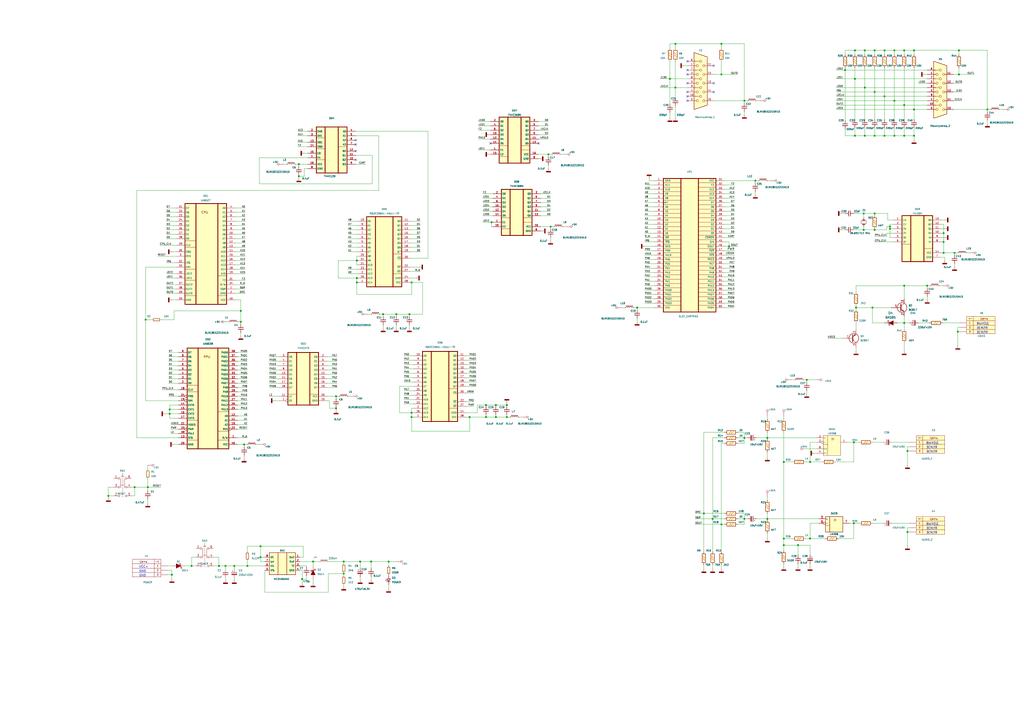
<source format=kicad_sch>
(kicad_sch (version 20230121) (generator eeschema)
  (paper "A2")
  (junction (at 518.795 58.42))
  (junction (at 445.135 300.99))
  (junction (at 151.13 323.215))
  (junction (at 454.66 267.97))
  (junction (at 143.51 328.295))
  (junction (at 199.39 325.755))
  (junction (at 537.845 165.735))
  (junction (at 516.255 132.715))
  (junction (at 431.8 300.99))
  (junction (at 130.81 328.295))
  (junction (at 518.795 29.21))
  (junction (at 454.66 316.23))
  (junction (at 281.94 241.935))
  (junction (at 319.405 131.445))
  (junction (at 513.08 78.74))
  (junction (at 369.57 178.435))
  (junction (at 207.01 151.13))
  (junction (at 194.945 236.855))
  (junction (at 507.365 123.825))
  (junction (at 127 328.295))
  (junction (at 238.76 163.83))
  (junction (at 98.425 240.03))
  (junction (at 111.125 328.295))
  (junction (at 507.365 133.35))
  (junction (at 208.915 325.755))
  (junction (at 547.37 146.685))
  (junction (at 431.8 254))
  (junction (at 572.77 63.5))
  (junction (at 513.08 55.88))
  (junction (at 413.385 300.99))
  (junction (at 207.01 161.29))
  (junction (at 524.51 78.74))
  (junction (at 287.655 241.935))
  (junction (at 524.51 60.96))
  (junction (at 490.22 40.64))
  (junction (at 556.26 43.18))
  (junction (at 469.9 267.97))
  (junction (at 555.625 192.405))
  (junction (at 78.105 282.575))
  (junction (at 501.65 78.74))
  (junction (at 501.015 133.35))
  (junction (at 501.015 123.825))
  (junction (at 294.005 241.935))
  (junction (at 547.37 135.255))
  (junction (at 238.76 241.935))
  (junction (at 194.945 229.87))
  (junction (at 215.265 325.755))
  (junction (at 530.225 63.5))
  (junction (at 526.415 261.62))
  (junction (at 173.355 95.25))
  (junction (at 496.57 178.435))
  (junction (at 530.225 78.74))
  (junction (at 84.455 185.42))
  (junction (at 418.465 304.165))
  (junction (at 467.995 220.345))
  (junction (at 438.15 104.775))
  (junction (at 391.795 25.4))
  (junction (at 175.26 335.915))
  (junction (at 225.425 325.755))
  (junction (at 418.465 43.18))
  (junction (at 518.795 78.74))
  (junction (at 495.935 45.72))
  (junction (at 141.605 257.81))
  (junction (at 495.3 256.54))
  (junction (at 524.51 187.325))
  (junction (at 98.425 237.49))
  (junction (at 530.225 29.21))
  (junction (at 513.08 29.21))
  (junction (at 199.39 332.74))
  (junction (at 318.135 89.535))
  (junction (at 495.935 29.21))
  (junction (at 469.9 312.42))
  (junction (at 422.91 142.875))
  (junction (at 495.3 303.53))
  (junction (at 222.25 182.245))
  (junction (at 173.355 102.235))
  (junction (at 287.655 234.95))
  (junction (at 388.62 45.72))
  (junction (at 408.305 297.815))
  (junction (at 139.7 180.34))
  (junction (at 507.365 53.34))
  (junction (at 238.76 239.395))
  (junction (at 507.365 29.21))
  (junction (at 547.37 140.335))
  (junction (at 229.87 182.245))
  (junction (at 495.935 78.74))
  (junction (at 516.255 131.445))
  (junction (at 556.26 29.21))
  (junction (at 62.865 287.655))
  (junction (at 462.915 316.23))
  (junction (at 526.415 308.61))
  (junction (at 294.005 234.95))
  (junction (at 207.01 163.83))
  (junction (at 507.365 78.74))
  (junction (at 272.415 241.935))
  (junction (at 454.66 312.42))
  (junction (at 281.94 234.95))
  (junction (at 285.115 128.905))
  (junction (at 501.65 29.21))
  (junction (at 85.725 282.575))
  (junction (at 237.49 182.245))
  (junction (at 431.8 58.42))
  (junction (at 391.795 50.8))
  (junction (at 506.095 178.435))
  (junction (at 139.7 186.69))
  (junction (at 99.695 333.375))
  (junction (at 501.65 50.8))
  (junction (at 418.465 25.4))
  (junction (at 524.51 165.735))
  (junction (at 181.61 325.755))
  (junction (at 445.135 254))
  (junction (at 135.89 328.295))
  (junction (at 553.72 146.685))
  (junction (at 151.13 316.865))
  (junction (at 524.51 29.21))
  (no_connect (at 398.78 55.88))
  (no_connect (at 398.78 35.56))
  (no_connect (at 206.375 83.82))
  (no_connect (at 206.375 87.63))
  (no_connect (at 398.78 43.18))
  (no_connect (at 414.02 38.1))
  (no_connect (at 284.48 83.185))
  (no_connect (at 398.78 53.34))
  (no_connect (at 414.02 53.34))
  (no_connect (at 398.78 40.64))
  (no_connect (at 206.375 92.71))
  (no_connect (at 398.78 58.42))
  (no_connect (at 398.78 48.26))
  (no_connect (at 206.375 81.28))
  (no_connect (at 312.42 83.185))
  (no_connect (at 414.02 48.26))
  (wire (pts (xy 553.085 48.26) (xy 558.165 48.26)))
  (wire (pts (xy 136.525 165.1) (xy 142.24 165.1)))
  (wire (pts (xy 321.31 131.445) (xy 319.405 131.445)))
  (wire (pts (xy 374.015 170.815) (xy 379.73 170.815)))
  (wire (pts (xy 426.085 114.935) (xy 420.37 114.935)))
  (wire (pts (xy 234.315 231.775) (xy 240.03 231.775)))
  (wire (pts (xy 130.81 328.295) (xy 135.89 328.295)))
  (wire (pts (xy 136.525 120.65) (xy 142.24 120.65)))
  (wire (pts (xy 526.415 261.62) (xy 526.415 269.875)))
  (wire (pts (xy 426.085 137.795) (xy 420.37 137.795)))
  (wire (pts (xy 173.99 328.295) (xy 177.8 328.295)))
  (wire (pts (xy 426.085 175.895) (xy 420.37 175.895)))
  (wire (pts (xy 555.625 146.685) (xy 553.72 146.685)))
  (wire (pts (xy 207.01 148.59) (xy 207.01 151.13)))
  (wire (pts (xy 195.58 224.79) (xy 189.865 224.79)))
  (wire (pts (xy 62.865 287.655) (xy 62.865 288.925)))
  (wire (pts (xy 177.8 335.915) (xy 175.26 335.915)))
  (wire (pts (xy 136.525 128.27) (xy 142.24 128.27)))
  (wire (pts (xy 294.005 234.95) (xy 294.005 233.68)))
  (wire (pts (xy 440.055 104.775) (xy 438.15 104.775)))
  (wire (pts (xy 215.9 90.17) (xy 206.375 90.17)))
  (wire (pts (xy 426.085 127.635) (xy 420.37 127.635)))
  (wire (pts (xy 136.525 170.18) (xy 142.24 170.18)))
  (wire (pts (xy 426.085 153.035) (xy 420.37 153.035)))
  (wire (pts (xy 514.35 131.445) (xy 516.255 131.445)))
  (wire (pts (xy 78.105 282.575) (xy 85.725 282.575)))
  (wire (pts (xy 99.06 251.46) (xy 103.505 251.46)))
  (wire (pts (xy 507.365 53.34) (xy 507.365 69.215)))
  (wire (pts (xy 318.135 95.885) (xy 318.135 97.79)))
  (wire (pts (xy 391.795 25.4) (xy 391.795 27.94)))
  (wire (pts (xy 408.305 320.04) (xy 408.305 297.815)))
  (wire (pts (xy 222.25 182.245) (xy 229.87 182.245)))
  (wire (pts (xy 546.1 140.335) (xy 547.37 140.335)))
  (wire (pts (xy 469.9 256.54) (xy 473.71 256.54)))
  (wire (pts (xy 467.995 220.345) (xy 473.075 220.345)))
  (wire (pts (xy 238.125 163.83) (xy 238.76 163.83)))
  (wire (pts (xy 156.21 222.25) (xy 161.925 222.25)))
  (wire (pts (xy 501.65 29.21) (xy 507.365 29.21)))
  (wire (pts (xy 485.14 60.96) (xy 524.51 60.96)))
  (wire (pts (xy 514.35 133.35) (xy 514.35 131.445)))
  (wire (pts (xy 62.865 287.655) (xy 66.04 287.655)))
  (wire (pts (xy 173.355 101.6) (xy 173.355 102.235)))
  (wire (pts (xy 524.51 60.96) (xy 537.845 60.96)))
  (wire (pts (xy 556.26 39.37) (xy 556.26 43.18)))
  (wire (pts (xy 91.44 148.59) (xy 102.235 148.59)))
  (wire (pts (xy 97.79 219.71) (xy 103.505 219.71)))
  (wire (pts (xy 96.52 170.18) (xy 102.235 170.18)))
  (wire (pts (xy 546.735 187.325) (xy 556.895 187.325)))
  (wire (pts (xy 495.935 39.37) (xy 495.935 45.72)))
  (wire (pts (xy 485.14 40.64) (xy 490.22 40.64)))
  (wire (pts (xy 476.885 267.97) (xy 469.9 267.97)))
  (wire (pts (xy 514.985 123.825) (xy 507.365 123.825)))
  (wire (pts (xy 495.3 303.53) (xy 498.475 303.53)))
  (wire (pts (xy 506.095 303.53) (xy 512.445 303.53)))
  (wire (pts (xy 280.035 125.095) (xy 285.75 125.095)))
  (wire (pts (xy 574.675 63.5) (xy 572.77 63.5)))
  (wire (pts (xy 156.21 229.87) (xy 161.925 229.87)))
  (wire (pts (xy 414.02 58.42) (xy 431.8 58.42)))
  (wire (pts (xy 137.795 246.38) (xy 143.51 246.38)))
  (wire (pts (xy 156.21 224.79) (xy 161.925 224.79)))
  (wire (pts (xy 445.135 254) (xy 445.135 254.635)))
  (wire (pts (xy 524.51 165.735) (xy 524.51 173.355)))
  (wire (pts (xy 199.39 339.09) (xy 199.39 340.36)))
  (wire (pts (xy 96.52 128.27) (xy 102.235 128.27)))
  (wire (pts (xy 391.795 50.8) (xy 398.78 50.8)))
  (wire (pts (xy 524.51 60.96) (xy 524.51 69.215)))
  (wire (pts (xy 123.825 323.215) (xy 127 323.215)))
  (wire (pts (xy 530.225 39.37) (xy 530.225 63.5)))
  (wire (pts (xy 98.425 234.95) (xy 98.425 237.49)))
  (wire (pts (xy 208.915 325.755) (xy 215.265 325.755)))
  (wire (pts (xy 277.495 70.485) (xy 284.48 70.485)))
  (wire (pts (xy 546.1 127.635) (xy 548.005 127.635)))
  (wire (pts (xy 153.67 330.835) (xy 153.67 343.535)))
  (wire (pts (xy 85.725 269.875) (xy 85.725 272.415)))
  (wire (pts (xy 539.75 165.735) (xy 537.845 165.735)))
  (wire (pts (xy 418.465 320.04) (xy 418.465 304.165)))
  (wire (pts (xy 234.315 221.615) (xy 240.03 221.615)))
  (wire (pts (xy 546.1 130.175) (xy 547.37 130.175)))
  (wire (pts (xy 438.15 104.775) (xy 438.15 106.045)))
  (wire (pts (xy 369.57 178.435) (xy 369.57 179.705)))
  (wire (pts (xy 312.42 73.025) (xy 318.135 73.025)))
  (wire (pts (xy 143.51 320.04) (xy 143.51 316.865)))
  (wire (pts (xy 201.93 138.43) (xy 207.645 138.43)))
  (wire (pts (xy 546.1 132.715) (xy 548.005 132.715)))
  (wire (pts (xy 530.225 78.74) (xy 530.225 74.295)))
  (wire (pts (xy 215.265 334.645) (xy 215.265 336.55)))
  (wire (pts (xy 219.71 110.49) (xy 219.71 78.74)))
  (wire (pts (xy 237.49 182.245) (xy 237.49 183.515)))
  (wire (pts (xy 572.77 69.85) (xy 572.77 71.755)))
  (wire (pts (xy 427.99 142.875) (xy 422.91 142.875)))
  (wire (pts (xy 413.385 254) (xy 420.37 254)))
  (wire (pts (xy 141.605 257.81) (xy 141.605 259.08)))
  (wire (pts (xy 530.225 29.21) (xy 556.26 29.21)))
  (wire (pts (xy 97.79 217.17) (xy 103.505 217.17)))
  (wire (pts (xy 418.465 43.18) (xy 427.99 43.18)))
  (wire (pts (xy 485.14 58.42) (xy 518.795 58.42)))
  (wire (pts (xy 195.58 207.01) (xy 189.865 207.01)))
  (wire (pts (xy 553.72 146.685) (xy 553.72 147.955)))
  (wire (pts (xy 496.57 178.435) (xy 506.095 178.435)))
  (wire (pts (xy 530.225 78.74) (xy 530.225 81.28)))
  (wire (pts (xy 507.365 39.37) (xy 507.365 53.34)))
  (wire (pts (xy 79.375 110.49) (xy 219.71 110.49)))
  (wire (pts (xy 459.105 220.345) (xy 461.01 220.345)))
  (wire (pts (xy 222.25 182.245) (xy 222.25 183.515)))
  (wire (pts (xy 201.93 130.81) (xy 207.645 130.81)))
  (wire (pts (xy 490.22 133.35) (xy 488.315 133.35)))
  (wire (pts (xy 418.465 257.175) (xy 420.37 257.175)))
  (wire (pts (xy 426.085 109.855) (xy 420.37 109.855)))
  (wire (pts (xy 96.52 165.1) (xy 102.235 165.1)))
  (wire (pts (xy 208.915 334.645) (xy 208.915 336.55)))
  (wire (pts (xy 156.21 217.17) (xy 161.925 217.17)))
  (wire (pts (xy 127 328.295) (xy 130.81 328.295)))
  (wire (pts (xy 548.005 149.225) (xy 548.005 151.13)))
  (wire (pts (xy 76.2 287.655) (xy 78.105 287.655)))
  (wire (pts (xy 369.57 178.435) (xy 379.73 178.435)))
  (wire (pts (xy 207.01 163.83) (xy 207.01 170.815)))
  (wire (pts (xy 379.73 127.635) (xy 374.015 127.635)))
  (wire (pts (xy 135.89 328.295) (xy 135.89 330.2)))
  (wire (pts (xy 467.36 312.42) (xy 469.9 312.42)))
  (wire (pts (xy 137.795 219.71) (xy 143.51 219.71)))
  (wire (pts (xy 320.04 89.535) (xy 318.135 89.535)))
  (wire (pts (xy 208.915 325.755) (xy 208.915 329.565)))
  (wire (pts (xy 97.155 328.295) (xy 99.695 328.295)))
  (wire (pts (xy 173.99 330.835) (xy 175.26 330.835)))
  (wire (pts (xy 454.66 267.97) (xy 459.74 267.97)))
  (wire (pts (xy 462.915 316.23) (xy 454.66 316.23)))
  (wire (pts (xy 234.315 234.315) (xy 240.03 234.315)))
  (wire (pts (xy 225.425 339.09) (xy 225.425 341.63)))
  (wire (pts (xy 374.015 163.195) (xy 379.73 163.195)))
  (wire (pts (xy 156.21 214.63) (xy 161.925 214.63)))
  (wire (pts (xy 139.7 180.34) (xy 139.7 186.69)))
  (wire (pts (xy 532.765 48.26) (xy 537.845 48.26)))
  (wire (pts (xy 526.415 259.08) (xy 526.415 261.62)))
  (wire (pts (xy 427.99 250.825) (xy 431.8 250.825)))
  (wire (pts (xy 490.22 123.825) (xy 488.315 123.825)))
  (wire (pts (xy 190.5 343.535) (xy 190.5 332.74)))
  (wire (pts (xy 445.135 300.99) (xy 474.98 300.99)))
  (wire (pts (xy 507.365 140.335) (xy 518.16 140.335)))
  (wire (pts (xy 513.08 78.74) (xy 518.795 78.74)))
  (wire (pts (xy 274.955 233.045) (xy 270.51 233.045)))
  (wire (pts (xy 270.51 241.935) (xy 272.415 241.935)))
  (wire (pts (xy 136.525 167.64) (xy 142.24 167.64)))
  (wire (pts (xy 328.295 131.445) (xy 326.39 131.445)))
  (wire (pts (xy 313.69 112.395) (xy 319.405 112.395)))
  (wire (pts (xy 454.66 312.42) (xy 454.66 267.97)))
  (wire (pts (xy 374.015 168.275) (xy 379.73 168.275)))
  (wire (pts (xy 454.66 316.23) (xy 454.66 319.405)))
  (wire (pts (xy 527.685 306.07) (xy 526.415 306.07)))
  (wire (pts (xy 234.315 211.455) (xy 240.03 211.455)))
  (wire (pts (xy 426.085 155.575) (xy 420.37 155.575)))
  (wire (pts (xy 374.015 147.955) (xy 379.73 147.955)))
  (wire (pts (xy 195.58 209.55) (xy 189.865 209.55)))
  (wire (pts (xy 150.495 106.68) (xy 215.9 106.68)))
  (wire (pts (xy 274.955 227.965) (xy 270.51 227.965)))
  (wire (pts (xy 207.01 151.13) (xy 196.215 151.13)))
  (wire (pts (xy 97.79 204.47) (xy 103.505 204.47)))
  (wire (pts (xy 553.085 43.18) (xy 556.26 43.18)))
  (wire (pts (xy 85.725 282.575) (xy 93.345 282.575)))
  (wire (pts (xy 403.225 297.815) (xy 408.305 297.815)))
  (wire (pts (xy 283.845 89.535) (xy 284.48 89.535)))
  (wire (pts (xy 99.695 173.99) (xy 102.235 173.99)))
  (wire (pts (xy 238.125 161.29) (xy 241.3 161.29)))
  (wire (pts (xy 97.79 212.09) (xy 103.505 212.09)))
  (wire (pts (xy 426.085 158.115) (xy 420.37 158.115)))
  (wire (pts (xy 281.94 241.935) (xy 287.655 241.935)))
  (wire (pts (xy 526.415 308.61) (xy 526.415 316.865)))
  (wire (pts (xy 426.085 173.355) (xy 420.37 173.355)))
  (wire (pts (xy 111.125 323.215) (xy 111.125 328.295)))
  (wire (pts (xy 388.62 45.72) (xy 398.78 45.72)))
  (wire (pts (xy 426.085 117.475) (xy 420.37 117.475)))
  (wire (pts (xy 270.51 206.375) (xy 276.225 206.375)))
  (wire (pts (xy 280.035 114.935) (xy 285.75 114.935)))
  (wire (pts (xy 438.785 254) (xy 445.135 254)))
  (wire (pts (xy 238.76 170.815) (xy 238.76 163.83)))
  (wire (pts (xy 490.22 40.64) (xy 537.845 40.64)))
  (wire (pts (xy 312.42 75.565) (xy 318.135 75.565)))
  (wire (pts (xy 485.14 55.88) (xy 513.08 55.88)))
  (wire (pts (xy 137.795 241.3) (xy 143.51 241.3)))
  (wire (pts (xy 426.085 150.495) (xy 420.37 150.495)))
  (wire (pts (xy 431.8 300.99) (xy 433.705 300.99)))
  (wire (pts (xy 427.99 254) (xy 431.8 254)))
  (wire (pts (xy 431.8 250.825) (xy 431.8 254)))
  (wire (pts (xy 427.99 257.175) (xy 431.8 257.175)))
  (wire (pts (xy 201.93 133.35) (xy 207.645 133.35)))
  (wire (pts (xy 99.695 333.375) (xy 99.695 335.915)))
  (wire (pts (xy 177.8 328.295) (xy 177.8 328.93)))
  (wire (pts (xy 374.015 160.655) (xy 379.73 160.655)))
  (wire (pts (xy 413.385 300.99) (xy 420.37 300.99)))
  (wire (pts (xy 581.66 63.5) (xy 579.755 63.5)))
  (wire (pts (xy 379.73 132.715) (xy 374.015 132.715)))
  (wire (pts (xy 96.52 167.64) (xy 102.235 167.64)))
  (wire (pts (xy 426.085 122.555) (xy 420.37 122.555)))
  (wire (pts (xy 313.69 125.095) (xy 319.405 125.095)))
  (wire (pts (xy 238.76 241.935) (xy 238.76 239.395)))
  (wire (pts (xy 234.315 206.375) (xy 240.03 206.375)))
  (wire (pts (xy 135.89 328.295) (xy 143.51 328.295)))
  (wire (pts (xy 137.795 186.69) (xy 139.7 186.69)))
  (wire (pts (xy 427.99 300.99) (xy 431.8 300.99)))
  (wire (pts (xy 507.365 132.715) (xy 507.365 133.35)))
  (wire (pts (xy 283.845 78.105) (xy 284.48 78.105)))
  (wire (pts (xy 514.35 135.255) (xy 514.35 137.16)))
  (wire (pts (xy 225.425 325.755) (xy 229.87 325.755)))
  (wire (pts (xy 215.9 106.68) (xy 215.9 90.17)))
  (wire (pts (xy 189.865 232.41) (xy 191.135 232.41)))
  (wire (pts (xy 203.835 229.87) (xy 201.93 229.87)))
  (wire (pts (xy 426.085 160.655) (xy 420.37 160.655)))
  (wire (pts (xy 516.255 132.715) (xy 516.255 137.795)))
  (wire (pts (xy 388.62 35.56) (xy 388.62 45.72)))
  (wire (pts (xy 137.795 237.49) (xy 143.51 237.49)))
  (wire (pts (xy 276.86 239.395) (xy 276.86 234.95)))
  (wire (pts (xy 201.93 128.27) (xy 207.645 128.27)))
  (wire (pts (xy 433.705 58.42) (xy 431.8 58.42)))
  (wire (pts (xy 270.51 211.455) (xy 276.225 211.455)))
  (wire (pts (xy 172.72 76.2) (xy 178.435 76.2)))
  (wire (pts (xy 462.915 316.23) (xy 462.915 321.945)))
  (wire (pts (xy 313.69 131.445) (xy 319.405 131.445)))
  (wire (pts (xy 136.525 156.21) (xy 142.24 156.21)))
  (wire (pts (xy 207.01 151.13) (xy 207.01 153.67)))
  (wire (pts (xy 207.01 170.815) (xy 238.76 170.815)))
  (wire (pts (xy 388.62 65.405) (xy 388.62 68.58)))
  (wire (pts (xy 445.135 309.245) (xy 445.135 312.42)))
  (wire (pts (xy 524.51 165.735) (xy 537.845 165.735)))
  (wire (pts (xy 478.79 312.42) (xy 469.9 312.42)))
  (wire (pts (xy 201.93 135.89) (xy 207.645 135.89)))
  (wire (pts (xy 136.525 162.56) (xy 142.24 162.56)))
  (wire (pts (xy 532.765 187.325) (xy 539.115 187.325)))
  (wire (pts (xy 408.305 297.815) (xy 408.305 250.825)))
  (wire (pts (xy 526.415 261.62) (xy 527.685 261.62)))
  (wire (pts (xy 96.52 138.43) (xy 102.235 138.43)))
  (wire (pts (xy 238.76 239.395) (xy 238.76 236.855)))
  (wire (pts (xy 492.76 303.53) (xy 495.3 303.53)))
  (wire (pts (xy 220.345 182.245) (xy 222.25 182.245)))
  (wire (pts (xy 486.41 312.42) (xy 495.3 312.42)))
  (wire (pts (xy 374.015 145.415) (xy 379.73 145.415)))
  (wire (pts (xy 514.35 135.255) (xy 518.16 135.255)))
  (wire (pts (xy 524.51 39.37) (xy 524.51 60.96)))
  (wire (pts (xy 454.66 327.025) (xy 454.66 328.93)))
  (wire (pts (xy 467.995 226.695) (xy 467.995 228.6)))
  (wire (pts (xy 177.8 334.01) (xy 177.8 335.915)))
  (wire (pts (xy 238.76 250.19) (xy 272.415 250.19)))
  (wire (pts (xy 418.465 25.4) (xy 418.465 27.94)))
  (wire (pts (xy 427.99 304.165) (xy 431.8 304.165)))
  (wire (pts (xy 136.525 138.43) (xy 142.24 138.43)))
  (wire (pts (xy 369.57 184.785) (xy 369.57 186.69)))
  (wire (pts (xy 490.22 29.21) (xy 495.935 29.21)))
  (wire (pts (xy 445.135 262.255) (xy 445.135 265.43)))
  (wire (pts (xy 546.1 135.255) (xy 547.37 135.255)))
  (wire (pts (xy 136.525 143.51) (xy 142.24 143.51)))
  (wire (pts (xy 280.035 122.555) (xy 285.75 122.555)))
  (wire (pts (xy 201.93 156.21) (xy 207.645 156.21)))
  (wire (pts (xy 171.45 95.25) (xy 173.355 95.25)))
  (wire (pts (xy 191.135 232.41) (xy 191.135 236.855)))
  (wire (pts (xy 413.385 320.04) (xy 413.385 300.99)))
  (wire (pts (xy 137.795 207.01) (xy 143.51 207.01)))
  (wire (pts (xy 431.8 254) (xy 433.705 254)))
  (wire (pts (xy 426.085 107.315) (xy 420.37 107.315)))
  (wire (pts (xy 422.91 142.875) (xy 420.37 142.875)))
  (wire (pts (xy 238.76 241.935) (xy 240.03 241.935)))
  (wire (pts (xy 490.22 78.74) (xy 495.935 78.74)))
  (wire (pts (xy 414.02 43.18) (xy 418.465 43.18)))
  (wire (pts (xy 150.495 257.81) (xy 148.59 257.81)))
  (wire (pts (xy 495.3 312.42) (xy 495.3 303.53)))
  (wire (pts (xy 207.01 161.29) (xy 207.01 163.83)))
  (wire (pts (xy 136.525 125.73) (xy 142.24 125.73)))
  (wire (pts (xy 156.21 212.09) (xy 161.925 212.09)))
  (wire (pts (xy 506.095 256.54) (xy 512.445 256.54)))
  (wire (pts (xy 181.61 335.915) (xy 181.61 338.455)))
  (wire (pts (xy 281.94 234.95) (xy 281.94 235.585)))
  (wire (pts (xy 139.7 186.69) (xy 139.7 187.96)))
  (wire (pts (xy 491.49 256.54) (xy 495.3 256.54)))
  (wire (pts (xy 422.91 140.335) (xy 422.91 142.875)))
  (wire (pts (xy 159.385 232.41) (xy 161.925 232.41)))
  (wire (pts (xy 190.5 332.74) (xy 199.39 332.74)))
  (wire (pts (xy 181.61 325.755) (xy 181.61 328.295)))
  (wire (pts (xy 96.52 123.19) (xy 102.235 123.19)))
  (wire (pts (xy 413.385 300.99) (xy 413.385 254)))
  (wire (pts (xy 195.58 217.17) (xy 189.865 217.17)))
  (wire (pts (xy 507.365 29.21) (xy 513.08 29.21)))
  (wire (pts (xy 318.135 89.535) (xy 318.135 90.805)))
  (wire (pts (xy 485.14 53.34) (xy 507.365 53.34)))
  (wire (pts (xy 524.51 74.295) (xy 524.51 78.74)))
  (wire (pts (xy 516.255 130.175) (xy 516.255 131.445)))
  (wire (pts (xy 243.84 138.43) (xy 238.125 138.43)))
  (wire (pts (xy 85.725 289.56) (xy 85.725 292.1)))
  (wire (pts (xy 495.935 29.21) (xy 495.935 31.75)))
  (wire (pts (xy 150.495 91.44) (xy 150.495 106.68)))
  (wire (pts (xy 426.085 168.275) (xy 420.37 168.275)))
  (wire (pts (xy 379.73 125.095) (xy 374.015 125.095)))
  (wire (pts (xy 501.65 78.74) (xy 507.365 78.74)))
  (wire (pts (xy 388.62 45.72) (xy 388.62 60.325)))
  (wire (pts (xy 280.035 117.475) (xy 285.75 117.475)))
  (wire (pts (xy 272.415 250.19) (xy 272.415 241.935)))
  (wire (pts (xy 98.425 242.57) (xy 103.505 242.57)))
  (wire (pts (xy 524.51 29.21) (xy 524.51 31.75)))
  (wire (pts (xy 135.89 335.28) (xy 135.89 336.55)))
  (wire (pts (xy 501.015 133.35) (xy 495.3 133.35)))
  (wire (pts (xy 572.77 63.5) (xy 572.77 64.77)))
  (wire (pts (xy 84.455 232.41) (xy 84.455 185.42)))
  (wire (pts (xy 506.095 178.435) (xy 516.89 178.435)))
  (wire (pts (xy 495.935 45.72) (xy 537.845 45.72)))
  (wire (pts (xy 153.67 343.535) (xy 190.5 343.535)))
  (wire (pts (xy 195.58 222.25) (xy 189.865 222.25)))
  (wire (pts (xy 99.695 330.835) (xy 99.695 333.375)))
  (wire (pts (xy 175.895 323.215) (xy 173.99 323.215)))
  (wire (pts (xy 207.01 148.59) (xy 207.645 148.59)))
  (wire (pts (xy 495.935 29.21) (xy 501.65 29.21)))
  (wire (pts (xy 420.37 140.335) (xy 422.91 140.335)))
  (wire (pts (xy 547.37 130.175) (xy 547.37 135.255)))
  (wire (pts (xy 173.355 95.25) (xy 178.435 95.25)))
  (wire (pts (xy 136.525 153.67) (xy 142.24 153.67)))
  (wire (pts (xy 272.415 241.935) (xy 281.94 241.935)))
  (wire (pts (xy 459.74 312.42) (xy 454.66 312.42)))
  (wire (pts (xy 524.51 187.325) (xy 527.685 187.325)))
  (wire (pts (xy 206.375 76.2) (xy 248.285 76.2)))
  (wire (pts (xy 379.73 117.475) (xy 374.015 117.475)))
  (wire (pts (xy 234.315 226.695) (xy 240.03 226.695)))
  (wire (pts (xy 176.53 97.79) (xy 176.53 102.235)))
  (wire (pts (xy 379.73 112.395) (xy 374.015 112.395)))
  (wire (pts (xy 556.26 29.21) (xy 556.26 31.75)))
  (wire (pts (xy 396.875 38.1) (xy 398.78 38.1)))
  (wire (pts (xy 418.465 304.165) (xy 418.465 257.175)))
  (wire (pts (xy 137.795 254) (xy 143.51 254)))
  (wire (pts (xy 313.69 133.985) (xy 314.325 133.985)))
  (wire (pts (xy 313.69 114.935) (xy 319.405 114.935)))
  (wire (pts (xy 513.08 55.88) (xy 513.08 69.215)))
  (wire (pts (xy 553.085 63.5) (xy 572.77 63.5)))
  (wire (pts (xy 201.93 146.05) (xy 207.645 146.05)))
  (wire (pts (xy 137.795 204.47) (xy 143.51 204.47)))
  (wire (pts (xy 408.305 250.825) (xy 420.37 250.825)))
  (wire (pts (xy 431.8 58.42) (xy 431.8 59.69)))
  (wire (pts (xy 374.015 153.035) (xy 379.73 153.035)))
  (wire (pts (xy 151.13 316.865) (xy 175.895 316.865)))
  (wire (pts (xy 438.785 300.99) (xy 445.135 300.99)))
  (wire (pts (xy 495.935 45.72) (xy 495.935 69.215)))
  (wire (pts (xy 231.775 239.395) (xy 238.76 239.395)))
  (wire (pts (xy 113.665 323.215) (xy 111.125 323.215)))
  (wire (pts (xy 496.57 201.295) (xy 496.57 203.835)))
  (wire (pts (xy 426.085 130.175) (xy 420.37 130.175)))
  (wire (pts (xy 426.085 178.435) (xy 420.37 178.435)))
  (wire (pts (xy 454.66 250.825) (xy 454.66 267.97)))
  (wire (pts (xy 172.72 78.74) (xy 178.435 78.74)))
  (wire (pts (xy 84.455 185.42) (xy 84.455 154.94)))
  (wire (pts (xy 431.8 25.4) (xy 431.8 58.42)))
  (wire (pts (xy 388.62 25.4) (xy 391.795 25.4)))
  (wire (pts (xy 93.98 226.06) (xy 103.505 226.06)))
  (wire (pts (xy 524.51 78.74) (xy 530.225 78.74)))
  (wire (pts (xy 526.415 308.61) (xy 527.685 308.61)))
  (wire (pts (xy 99.695 146.05) (xy 102.235 146.05)))
  (wire (pts (xy 501.65 74.295) (xy 501.65 78.74)))
  (wire (pts (xy 139.7 193.04) (xy 139.7 194.945)))
  (wire (pts (xy 507.365 53.34) (xy 537.845 53.34)))
  (wire (pts (xy 201.93 143.51) (xy 207.645 143.51)))
  (wire (pts (xy 507.365 125.095) (xy 507.365 123.825)))
  (wire (pts (xy 495.935 74.295) (xy 495.935 78.74)))
  (wire (pts (xy 238.125 157.48) (xy 243.84 157.48)))
  (wire (pts (xy 454.66 241.3) (xy 454.66 243.205)))
  (wire (pts (xy 137.795 227.33) (xy 143.51 227.33)))
  (wire (pts (xy 97.79 207.01) (xy 103.505 207.01)))
  (wire (pts (xy 287.655 241.935) (xy 294.005 241.935)))
  (wire (pts (xy 229.87 182.245) (xy 229.87 183.515)))
  (wire (pts (xy 240.03 224.155) (xy 231.775 224.155)))
  (wire (pts (xy 178.435 91.44) (xy 150.495 91.44)))
  (wire (pts (xy 418.465 327.66) (xy 418.465 330.2)))
  (wire (pts (xy 137.795 229.87) (xy 143.51 229.87)))
  (wire (pts (xy 137.795 232.41) (xy 143.51 232.41)))
  (wire (pts (xy 137.795 222.25) (xy 143.51 222.25)))
  (wire (pts (xy 517.525 303.53) (xy 527.685 303.53)))
  (wire (pts (xy 555.625 189.865) (xy 555.625 192.405)))
  (wire (pts (xy 507.365 29.21) (xy 507.365 31.75)))
  (wire (pts (xy 96.52 130.81) (xy 102.235 130.81)))
  (wire (pts (xy 243.84 140.97) (xy 238.125 140.97)))
  (wire (pts (xy 243.84 143.51) (xy 238.125 143.51)))
  (wire (pts (xy 501.65 39.37) (xy 501.65 50.8)))
  (wire (pts (xy 276.86 234.95) (xy 281.94 234.95)))
  (wire (pts (xy 136.525 158.75) (xy 142.24 158.75)))
  (wire (pts (xy 215.265 325.755) (xy 215.265 329.565)))
  (wire (pts (xy 151.13 325.755) (xy 151.13 323.215)))
  (wire (pts (xy 93.345 185.42) (xy 100.965 185.42)))
  (wire (pts (xy 553.72 153.035) (xy 553.72 154.94)))
  (wire (pts (xy 100.965 257.81) (xy 103.505 257.81)))
  (wire (pts (xy 447.04 104.775) (xy 445.135 104.775)))
  (wire (pts (xy 546.1 149.225) (xy 548.005 149.225)))
  (wire (pts (xy 98.425 237.49) (xy 98.425 240.03)))
  (wire (pts (xy 403.225 300.99) (xy 413.385 300.99)))
  (wire (pts (xy 136.525 151.13) (xy 142.24 151.13)))
  (wire (pts (xy 426.085 135.255) (xy 420.37 135.255)))
  (wire (pts (xy 280.035 112.395) (xy 285.75 112.395)))
  (wire (pts (xy 374.015 137.795) (xy 379.73 137.795)))
  (wire (pts (xy 196.215 161.29) (xy 207.01 161.29)))
  (wire (pts (xy 379.73 130.175) (xy 374.015 130.175)))
  (wire (pts (xy 374.015 158.115) (xy 379.73 158.115)))
  (wire (pts (xy 547.37 146.685) (xy 553.72 146.685)))
  (wire (pts (xy 530.225 63.5) (xy 530.225 69.215)))
  (wire (pts (xy 238.76 250.19) (xy 238.76 241.935)))
  (wire (pts (xy 176.53 88.9) (xy 178.435 88.9)))
  (wire (pts (xy 379.73 122.555) (xy 374.015 122.555)))
  (wire (pts (xy 426.085 132.715) (xy 420.37 132.715)))
  (wire (pts (xy 98.425 240.03) (xy 98.425 242.57)))
  (wire (pts (xy 426.085 125.095) (xy 420.37 125.095)))
  (wire (pts (xy 426.085 170.815) (xy 420.37 170.815)))
  (wire (pts (xy 374.015 175.895) (xy 379.73 175.895)))
  (wire (pts (xy 136.525 148.59) (xy 142.24 148.59)))
  (wire (pts (xy 95.885 240.03) (xy 98.425 240.03)))
  (wire (pts (xy 382.905 45.72) (xy 388.62 45.72)))
  (wire (pts (xy 231.775 224.155) (xy 231.775 239.395)))
  (wire (pts (xy 507.365 78.74) (xy 513.08 78.74)))
  (wire (pts (xy 207.01 153.67) (xy 207.645 153.67)))
  (wire (pts (xy 225.425 325.755) (xy 225.425 328.295)))
  (wire (pts (xy 189.865 229.87) (xy 194.945 229.87)))
  (wire (pts (xy 513.08 29.21) (xy 513.08 31.75)))
  (wire (pts (xy 201.93 140.97) (xy 207.645 140.97)))
  (wire (pts (xy 516.255 132.715) (xy 518.16 132.715)))
  (wire (pts (xy 151.13 323.215) (xy 151.13 316.865)))
  (wire (pts (xy 92.71 142.24) (xy 102.235 142.24)))
  (wire (pts (xy 553.085 58.42) (xy 558.165 58.42)))
  (wire (pts (xy 527.685 259.08) (xy 526.415 259.08)))
  (wire (pts (xy 518.795 29.21) (xy 524.51 29.21)))
  (wire (pts (xy 237.49 188.595) (xy 237.49 190.5)))
  (wire (pts (xy 526.415 306.07) (xy 526.415 308.61)))
  (wire (pts (xy 191.135 236.855) (xy 194.945 236.855)))
  (wire (pts (xy 137.795 217.17) (xy 143.51 217.17)))
  (wire (pts (xy 466.09 220.345) (xy 467.995 220.345)))
  (wire (pts (xy 294.005 235.585) (xy 294.005 234.95)))
  (wire (pts (xy 319.405 131.445) (xy 319.405 132.715)))
  (wire (pts (xy 374.015 142.875) (xy 379.73 142.875)))
  (wire (pts (xy 555.625 192.405) (xy 555.625 200.66)))
  (wire (pts (xy 97.79 229.87) (xy 103.505 229.87)))
  (wire (pts (xy 467.995 260.35) (xy 473.71 260.35)))
  (wire (pts (xy 426.085 147.955) (xy 420.37 147.955)))
  (wire (pts (xy 426.085 165.735) (xy 420.37 165.735)))
  (wire (pts (xy 518.16 127.635) (xy 514.985 127.635)))
  (wire (pts (xy 484.505 267.97) (xy 495.3 267.97)))
  (wire (pts (xy 270.51 213.995) (xy 276.225 213.995)))
  (wire (pts (xy 517.525 256.54) (xy 527.685 256.54)))
  (wire (pts (xy 518.795 29.21) (xy 518.795 31.75)))
  (wire (pts (xy 327.025 89.535) (xy 325.12 89.535)))
  (wire (pts (xy 454.66 312.42) (xy 454.66 316.23)))
  (wire (pts (xy 467.995 220.345) (xy 467.995 221.615)))
  (wire (pts (xy 248.285 76.2) (xy 248.285 149.86)))
  (wire (pts (xy 287.655 240.665) (xy 287.655 241.935)))
  (wire (pts (xy 143.51 328.295) (xy 153.67 328.295)))
  (wire (pts (xy 418.465 25.4) (xy 431.8 25.4)))
  (wire (pts (xy 513.08 187.325) (xy 506.095 187.325)))
  (wire (pts (xy 194.945 229.87) (xy 194.945 231.14)))
  (wire (pts (xy 403.225 304.165) (xy 418.465 304.165)))
  (wire (pts (xy 374.015 135.255) (xy 379.73 135.255)))
  (wire (pts (xy 445.135 250.825) (xy 445.135 254)))
  (wire (pts (xy 238.125 146.05) (xy 243.84 146.05)))
  (wire (pts (xy 79.375 254) (xy 79.375 110.49)))
  (wire (pts (xy 229.87 188.595) (xy 229.87 190.5)))
  (wire (pts (xy 195.58 212.09) (xy 189.865 212.09)))
  (wire (pts (xy 524.51 187.325) (xy 524.51 191.135)))
  (wire (pts (xy 490.22 39.37) (xy 490.22 40.64)))
  (wire (pts (xy 518.795 58.42) (xy 518.795 69.215)))
  (wire (pts (xy 96.52 158.75) (xy 102.235 158.75)))
  (wire (pts (xy 295.91 241.935) (xy 294.005 241.935)))
  (wire (pts (xy 438.15 111.125) (xy 438.15 113.03)))
  (wire (pts (xy 485.14 50.8) (xy 501.65 50.8)))
  (wire (pts (xy 99.06 246.38) (xy 103.505 246.38)))
  (wire (pts (xy 176.53 102.235) (xy 173.355 102.235)))
  (wire (pts (xy 445.135 300.99) (xy 445.135 301.625)))
  (wire (pts (xy 312.42 92.075) (xy 313.055 92.075)))
  (wire (pts (xy 207.01 163.83) (xy 207.645 163.83)))
  (wire (pts (xy 238.76 239.395) (xy 240.03 239.395)))
  (wire (pts (xy 496.57 169.545) (xy 496.57 165.735)))
  (wire (pts (xy 501.65 50.8) (xy 501.65 69.215)))
  (wire (pts (xy 199.39 325.755) (xy 208.915 325.755)))
  (wire (pts (xy 555.625 192.405) (xy 556.895 192.405)))
  (wire (pts (xy 175.26 330.835) (xy 175.26 335.915)))
  (wire (pts (xy 243.84 135.89) (xy 238.125 135.89)))
  (wire (pts (xy 97.79 214.63) (xy 103.505 214.63)))
  (wire (pts (xy 277.495 86.995) (xy 284.48 86.995)))
  (wire (pts (xy 516.255 137.795) (xy 518.16 137.795)))
  (wire (pts (xy 379.73 114.935) (xy 374.015 114.935)))
  (wire (pts (xy 99.695 333.375) (xy 97.155 333.375)))
  (wire (pts (xy 281.94 240.665) (xy 281.94 241.935)))
  (wire (pts (xy 136.525 133.35) (xy 142.24 133.35)))
  (wire (pts (xy 524.51 183.515) (xy 524.51 187.325)))
  (wire (pts (xy 374.015 173.355) (xy 379.73 173.355)))
  (wire (pts (xy 536.575 43.18) (xy 537.845 43.18)))
  (wire (pts (xy 530.225 29.21) (xy 530.225 31.75)))
  (wire (pts (xy 408.305 327.66) (xy 408.305 330.2)))
  (wire (pts (xy 426.085 163.195) (xy 420.37 163.195)))
  (wire (pts (xy 99.06 248.92) (xy 103.505 248.92)))
  (wire (pts (xy 312.42 78.105) (xy 318.135 78.105)))
  (wire (pts (xy 199.39 332.74) (xy 199.39 334.01)))
  (wire (pts (xy 277.495 80.645) (xy 284.48 80.645)))
  (wire (pts (xy 426.085 120.015) (xy 420.37 120.015)))
  (wire (pts (xy 431.8 257.175) (xy 431.8 254)))
  (wire (pts (xy 194.945 236.855) (xy 194.945 238.125)))
  (wire (pts (xy 136.525 140.97) (xy 142.24 140.97)))
  (wire (pts (xy 100.965 185.42) (xy 100.965 180.34)))
  (wire (pts (xy 556.895 189.865) (xy 555.625 189.865)))
  (wire (pts (xy 572.77 63.5) (xy 572.77 29.21)))
  (wire (pts (xy 243.84 133.35) (xy 238.125 133.35)))
  (wire (pts (xy 516.255 131.445) (xy 516.255 132.715)))
  (wire (pts (xy 496.57 165.735) (xy 524.51 165.735)))
  (wire (pts (xy 84.455 185.42) (xy 88.265 185.42)))
  (wire (pts (xy 176.53 97.79) (xy 178.435 97.79)))
  (wire (pts (xy 173.355 95.25) (xy 173.355 96.52)))
  (wire (pts (xy 97.155 330.835) (xy 99.695 330.835)))
  (wire (pts (xy 281.94 234.95) (xy 287.655 234.95)))
  (wire (pts (xy 440.69 58.42) (xy 438.785 58.42)))
  (wire (pts (xy 62.865 282.575) (xy 62.865 287.655)))
  (wire (pts (xy 445.135 241.3) (xy 445.135 243.205)))
  (wire (pts (xy 137.795 214.63) (xy 143.51 214.63)))
  (wire (pts (xy 139.7 173.99) (xy 139.7 180.34)))
  (wire (pts (xy 382.905 50.8) (xy 391.795 50.8)))
  (wire (pts (xy 136.525 130.81) (xy 142.24 130.81)))
  (wire (pts (xy 445.135 297.815) (xy 445.135 300.99)))
  (wire (pts (xy 490.22 31.75) (xy 490.22 29.21)))
  (wire (pts (xy 153.67 325.755) (xy 151.13 325.755)))
  (wire (pts (xy 222.25 188.595) (xy 222.25 190.5)))
  (wire (pts (xy 495.935 78.74) (xy 501.65 78.74)))
  (wire (pts (xy 136.525 146.05) (xy 142.24 146.05)))
  (wire (pts (xy 130.81 328.295) (xy 130.81 330.2)))
  (wire (pts (xy 206.375 95.25) (xy 212.09 95.25)))
  (wire (pts (xy 518.795 78.74) (xy 524.51 78.74)))
  (wire (pts (xy 556.26 43.18) (xy 565.15 43.18)))
  (wire (pts (xy 391.795 50.8) (xy 391.795 56.515)))
  (wire (pts (xy 201.93 158.75) (xy 207.645 158.75)))
  (wire (pts (xy 431.8 297.815) (xy 431.8 300.99)))
  (wire (pts (xy 374.015 165.735) (xy 379.73 165.735)))
  (wire (pts (xy 391.795 35.56) (xy 391.795 50.8)))
  (wire (pts (xy 495.3 123.825) (xy 501.015 123.825)))
  (wire (pts (xy 376.555 104.775) (xy 376.555 103.505)))
  (wire (pts (xy 156.21 209.55) (xy 161.925 209.55)))
  (wire (pts (xy 501.015 131.445) (xy 501.015 133.35)))
  (wire (pts (xy 285.75 131.445) (xy 285.115 131.445)))
  (wire (pts (xy 96.52 133.35) (xy 102.235 133.35)))
  (wire (pts (xy 143.51 257.81) (xy 141.605 257.81)))
  (wire (pts (xy 238.125 149.86) (xy 248.285 149.86)))
  (wire (pts (xy 431.8 304.165) (xy 431.8 300.99)))
  (wire (pts (xy 530.225 63.5) (xy 537.845 63.5)))
  (wire (pts (xy 107.315 328.295) (xy 111.125 328.295)))
  (wire (pts (xy 507.365 137.16) (xy 514.35 137.16)))
  (wire (pts (xy 302.895 241.935) (xy 300.99 241.935)))
  (wire (pts (xy 546.1 146.685) (xy 547.37 146.685)))
  (wire (pts (xy 518.16 130.175) (xy 516.255 130.175)))
  (wire (pts (xy 495.3 256.54) (xy 498.475 256.54)))
  (wire (pts (xy 408.305 297.815) (xy 420.37 297.815)))
  (wire (pts (xy 196.85 229.87) (xy 194.945 229.87)))
  (wire (pts (xy 319.405 137.795) (xy 319.405 139.7)))
  (wire (pts (xy 374.015 140.335) (xy 379.73 140.335)))
  (wire (pts (xy 97.79 222.25) (xy 103.505 222.25)))
  (wire (pts (xy 469.9 327.025) (xy 469.9 328.93)))
  (wire (pts (xy 130.81 186.69) (xy 132.715 186.69)))
  (wire (pts (xy 195.58 214.63) (xy 189.865 214.63)))
  (wire (pts (xy 85.725 282.575) (xy 85.725 284.48)))
  (wire (pts (xy 234.315 213.995) (xy 240.03 213.995)))
  (wire (pts (xy 280.035 120.015) (xy 285.75 120.015)))
  (wire (pts (xy 501.65 29.21) (xy 501.65 31.75)))
  (wire (pts (xy 490.22 74.93) (xy 490.22 78.74)))
  (wire (pts (xy 156.21 207.01) (xy 161.925 207.01)))
  (wire (pts (xy 164.465 95.25) (xy 166.37 95.25)))
  (wire (pts (xy 313.69 117.475) (xy 319.405 117.475)))
  (wire (pts (xy 418.465 304.165) (xy 420.37 304.165)))
  (wire (pts (xy 277.495 75.565) (xy 284.48 75.565)))
  (wire (pts (xy 172.72 82.55) (xy 178.435 82.55)))
  (wire (pts (xy 207.01 151.13) (xy 207.645 151.13)))
  (wire (pts (xy 96.52 161.29) (xy 102.235 161.29)))
  (wire (pts (xy 213.36 182.245) (xy 215.265 182.245)))
  (wire (pts (xy 270.51 219.075) (xy 276.225 219.075)))
  (wire (pts (xy 96.52 135.89) (xy 102.235 135.89)))
  (wire (pts (xy 472.44 262.89) (xy 473.71 262.89)))
  (wire (pts (xy 501.015 123.825) (xy 501.015 126.365)))
  (wire (pts (xy 85.725 282.575) (xy 85.725 277.495)))
  (wire (pts (xy 173.355 102.235) (xy 173.355 103.505)))
  (wire (pts (xy 420.37 104.775) (xy 438.15 104.775)))
  (wire (pts (xy 96.52 152.4) (xy 102.235 152.4)))
  (wire (pts (xy 360.68 178.435) (xy 362.585 178.435)))
  (wire (pts (xy 225.425 333.375) (xy 225.425 334.01)))
  (wire (pts (xy 270.51 224.155) (xy 276.225 224.155)))
  (wire (pts (xy 287.655 234.95) (xy 287.655 235.585)))
  (wire (pts (xy 175.895 316.865) (xy 175.895 323.215)))
  (wire (pts (xy 547.37 140.335) (xy 547.37 146.685)))
  (wire (pts (xy 196.215 151.13) (xy 196.215 161.29)))
  (wire (pts (xy 103.505 254) (xy 79.375 254)))
  (wire (pts (xy 285.115 131.445) (xy 285.115 128.905)))
  (wire (pts (xy 190.5 325.755) (xy 199.39 325.755)))
  (wire (pts (xy 501.65 50.8) (xy 537.845 50.8)))
  (wire (pts (xy 127 323.215) (xy 127 328.295)))
  (wire (pts (xy 199.39 332.105) (xy 199.39 332.74)))
  (wire (pts (xy 374.015 155.575) (xy 379.73 155.575)))
  (wire (pts (xy 237.49 182.245) (xy 245.11 182.245)))
  (wire (pts (xy 391.795 61.595) (xy 391.795 68.58)))
  (wire (pts (xy 312.42 80.645) (xy 318.135 80.645)))
  (wire (pts (xy 243.84 130.81) (xy 238.125 130.81)))
  (wire (pts (xy 100.965 180.34) (xy 139.7 180.34)))
  (wire (pts (xy 136.525 123.19) (xy 142.24 123.19)))
  (wire (pts (xy 546.1 137.795) (xy 548.005 137.795)))
  (wire (pts (xy 172.72 85.09) (xy 178.435 85.09)))
  (wire (pts (xy 426.085 145.415) (xy 420.37 145.415)))
  (wire (pts (xy 274.955 235.585) (xy 270.51 235.585)))
  (wire (pts (xy 234.315 229.235) (xy 240.03 229.235)))
  (wire (pts (xy 514.985 127.635) (xy 514.985 123.825)))
  (wire (pts (xy 96.52 125.73) (xy 102.235 125.73)))
  (wire (pts (xy 229.87 182.245) (xy 237.49 182.245)))
  (wire (pts (xy 285.115 128.905) (xy 285.75 128.905)))
  (wire (pts (xy 136.525 135.89) (xy 142.24 135.89)))
  (wire (pts (xy 572.77 29.21) (xy 556.26 29.21)))
  (wire (pts (xy 507.365 123.825) (xy 501.015 123.825)))
  (wire (pts (xy 524.51 29.21) (xy 530.225 29.21)))
  (wire (pts (xy 137.795 212.09) (xy 143.51 212.09)))
  (wire (pts (xy 524.51 198.755) (xy 524.51 203.835)))
  (wire (pts (xy 96.52 120.65) (xy 102.235 120.65)))
  (wire (pts (xy 78.105 287.655) (xy 78.105 282.575)))
  (wire (pts (xy 507.365 133.35) (xy 514.35 133.35)))
  (wire (pts (xy 123.825 328.295) (xy 127 328.295)))
  (wire (pts (xy 98.425 237.49) (xy 103.505 237.49)))
  (wire (pts (xy 426.085 112.395) (xy 420.37 112.395)))
  (wire (pts (xy 234.315 208.915) (xy 240.03 208.915)))
  (wire (pts (xy 388.62 27.94) (xy 388.62 25.4)))
  (wire (pts (xy 507.365 74.295) (xy 507.365 78.74)))
  (wire (pts (xy 495.3 267.97) (xy 495.3 256.54)))
  (wire (pts (xy 413.385 327.66) (xy 413.385 330.2)))
  (wire (pts (xy 520.7 187.325) (xy 524.51 187.325)))
  (wire (pts (xy 547.37 135.255) (xy 547.37 140.335)))
  (wire (pts (xy 294.005 241.935) (xy 294.005 240.665)))
  (wire (pts (xy 462.915 327.025) (xy 462.915 328.93)))
  (wire (pts (xy 103.505 234.95) (xy 98.425 234.95)))
  (wire (pts (xy 312.42 89.535) (xy 318.135 89.535)))
  (wire (pts (xy 234.315 216.535) (xy 240.03 216.535)))
  (wire (pts (xy 513.08 39.37) (xy 513.08 55.88)))
  (wire (pts (xy 207.01 161.29) (xy 207.645 161.29)))
  (wire (pts (xy 245.11 182.245) (xy 245.11 163.83)))
  (wire (pts (xy 513.08 74.295) (xy 513.08 78.74)))
  (wire (pts (xy 84.455 154.94) (xy 102.235 154.94)))
  (wire (pts (xy 313.69 120.015) (xy 319.405 120.015)))
  (wire (pts (xy 518.795 39.37) (xy 518.795 58.42)))
  (wire (pts (xy 270.51 221.615) (xy 276.225 221.615)))
  (wire (pts (xy 469.9 316.23) (xy 462.915 316.23)))
  (wire (pts (xy 445.135 254) (xy 473.71 254)))
  (wire (pts (xy 137.795 209.55) (xy 143.51 209.55)))
  (wire (pts (xy 141.605 264.16) (xy 141.605 266.065)))
  (wire (pts (xy 391.795 25.4) (xy 418.465 25.4)))
  (wire (pts (xy 181.61 325.755) (xy 185.42 325.755)))
  (wire (pts (xy 431.8 64.77) (xy 431.8 66.675)))
  (wire (pts (xy 130.81 335.28) (xy 130.81 336.55)))
  (wire (pts (xy 137.795 224.79) (xy 143.51 224.79)))
  (wire (pts (xy 111.125 328.295) (xy 113.665 328.295)))
  (wire (pts (xy 151.13 323.215) (xy 153.67 323.215)))
  (wire (pts (xy 136.525 173.99) (xy 139.7 173.99)))
  (wire (pts (xy 469.9 267.97) (xy 469.9 256.54)))
  (wire (pts (xy 418.465 35.56) (xy 418.465 43.18)))
  (wire (pts (xy 518.795 74.295) (xy 518.795 78.74)))
  (wire (pts (xy 496.57 177.165) (xy 496.57 178.435)))
  (wire (pts (xy 485.14 63.5) (xy 530.225 63.5)))
  (wire (pts (xy 312.42 70.485) (xy 318.135 70.485)))
  (wire (pts (xy 143.51 316.865) (xy 151.13 316.865)))
  (wire (pts (xy 137.795 257.81) (xy 141.605 257.81)))
  (wire (pts (xy 98.425 240.03) (xy 103.505 240.03)))
  (wire (pts (xy 379.73 104.775) (xy 376.555 104.775)))
  (wire (pts (xy 374.015 150.495) (xy 379.73 150.495)))
  (wire (pts (xy 546.735 165.735) (xy 544.83 165.735)))
  (wire (pts (xy 537.845 172.085) (xy 537.845 173.99)))
  (wire (pts (xy 562.61 146.685) (xy 560.705 146.685)))
  (wire (pts (xy 234.315 219.075) (xy 240.03 219.075)))
  (wire (pts (xy 103.505 232.41) (xy 84.455 232.41)))
  (wire (pts (xy 66.04 282.575) (xy 62.865 282.575)))
  (wire (pts (xy 445.135 288.29) (xy 445.135 290.195)))
  (wire (pts (xy 270.51 208.915) (xy 276.225 208.915)))
  (wire (pts (xy 507.365 133.35) (xy 501.015 133.35)))
  (wire (pts (xy 506.095 187.325) (xy 506.095 178.435)))
  (wire (pts (xy 287.655 234.95) (xy 294.005 234.95)))
  (wire (pts (xy 137.795 243.84) (xy 143.51 243.84)))
  (wire (pts (xy 143.51 325.12) (xy 143.51 328.295)))
  (wire (pts (xy 480.06 196.215) (xy 488.95 196.215)))
  (wire (pts (xy 219.71 78.74) (xy 206.375 78.74)))
  (wire (pts (xy 243.84 128.27) (xy 238.125 128.27)))
  (wire (pts (xy 238.125 154.94) (xy 243.205 154.94)))
  (wire (pts (xy 194.945 236.22) (xy 194.945 236.855)))
  (wire (pts (xy 379.73 120.015) (xy 374.015 120.015)))
  (wire (pts (xy 496.57 178.435) (xy 496.57 179.705)))
  (wire (pts (xy 137.795 234.95) (xy 143.51 234.95)))
  (wire (pts (xy 137.795 248.92) (xy 143.51 248.92)))
  (wire (pts (xy 427.99 297.815) (xy 431.8 297.815)))
  (wire (pts (xy 485.14 45.72) (xy 495.935 45.72)))
  (wire (pts (xy 518.795 58.42) (xy 537.845 58.42)))
  (wire (pts (xy 537.845 165.735) (xy 537.845 167.005)))
  (wire (pts (xy 245.11 163.83) (xy 238.76 163.83)))
  (wire (pts (xy 175.26 335.915) (xy 175.26 338.455)))
  (wire (pts (xy 553.085 53.34) (xy 558.165 53.34)))
  (wire (pts (xy 469.9 303.53) (xy 474.98 303.53)))
  (wire (pts (xy 277.495 73.025) (xy 284.48 73.025)))
  (wire (pts (xy 173.99 325.755) (xy 181.61 325.755)))
  (wire (pts (xy 469.9 312.42) (xy 469.9 303.53)))
  (wire (pts (xy 199.39 325.755) (xy 199.39 327.025)))
  (wire (pts (xy 238.76 236.855) (xy 240.03 236.855)))
  (wire (pts (xy 313.69 122.555) (xy 319.405 122.555)))
  (wire (pts (xy 270.51 216.535) (xy 276.225 216.535)))
  (wire (pts (xy 496.57 187.325) (xy 496.57 191.135)))
  (wire (pts (xy 97.79 209.55) (xy 103.505 209.55)))
  (wire (pts (xy 195.58 219.71) (xy 189.865 219.71)))
  (wire (pts (xy 490.22 40.64) (xy 490.22 69.85)))
  (wire (pts (xy 467.36 267.97) (xy 469.9 267.97)))
  (wire (pts (xy 379.73 109.855) (xy 374.015 109.855)))
  (wire (pts (xy 280.035 128.905) (xy 285.115 128.905)))
  (wire (pts (xy 76.2 282.575) (xy 78.105 282.575)))
  (wire (pts (xy 513.08 55.88) (xy 537.845 55.88)))
  (wire (pts (xy 367.665 178.435) (xy 369.57 178.435)))
  (wire (pts (xy 513.08 29.21) (xy 518.795 29.21)))
  (wire (pts (xy 270.51 239.395) (xy 276.86 239.395)))
  (wire (pts (xy 156.21 219.71) (xy 161.925 219.71)))
  (wire (pts (xy 215.265 325.755) (xy 225.425 325.755)))
  (wire (pts (xy 469.9 321.945) (xy 469.9 316.23)))
  (wire (pts (xy 379.73 107.315) (xy 374.015 107.315)))
  (text "ВЫХОД" (at 537.21 257.81 0) (effects (font (size 1.27 1.27)) (justify left bottom)))
  (text "ВЫХОД" (at 566.42 188.595 0) (effects (font (size 1.27 1.27)) (justify left bottom)))
  (text "ЗЕМЛЯ" (at 537.21 260.35 0) (effects (font (size 1.27 1.27)) (justify left bottom)))
  (text "ЗЕМЛЯ" (at 537.21 262.89 0) (effects (font (size 1.27 1.27)) (justify left bottom)))
  (text "GND" (at 80.645 332.105 0) (effects (font (size 1.27 1.27)) (justify left bottom)))
  (text "GND" (at 80.645 334.645 0) (effects (font (size 1.27 1.27)) (justify left bottom)))
  (text "ЗЕМЛЯ" (at 566.42 191.135 0) (effects (font (size 1.27 1.27)) (justify left bottom)))
  (text "ЗЕМЛЯ" (at 537.21 309.88 0) (effects (font (size 1.27 1.27)) (justify left bottom)))
  (text "ЗЕМЛЯ" (at 566.42 193.675 0) (effects (font (size 1.27 1.27)) (justify left bottom)))
  (text "ВЫХОД" (at 537.21 304.8 0) (effects (font (size 1.27 1.27)) (justify left bottom)))
  (text "VCC+" (at 80.645 329.565 0) (effects (font (size 1.27 1.27)) (justify left bottom)))
  (text "ЗЕМЛЯ" (at 537.21 307.34 0) (effects (font (size 1.27 1.27)) (justify left bottom)))
  (label "PA8" (at 426.085 155.575 180) (effects (font (size 1 1))))
  (label "D1" (at 319.405 114.935 180) (effects (font (size 1 1))))
  (label "JOY2" (at 96.52 158.75 0) (effects (font (size 1 1))))
  (label "D1" (at 426.085 132.715 180) (effects (font (size 1 1))))
  (label "A2" (at 201.93 143.51 0) (effects (font (size 1 1))))
  (label "D1" (at 243.84 143.51 180) (effects (font (size 1 1))))
  (label "R_W" (at 142.24 165.1 180) (effects (font (size 1 1))))
  (label "PWR" (at 426.085 145.415 180))
  (label "D7" (at 426.085 117.475 180) (effects (font (size 1 1))))
  (label "J1D0" (at 532.765 48.26 0) (effects (font (size 1 1))))
  (label "D2" (at 97.79 217.17 0) (effects (font (size 1 1))))
  (label "A9" (at 142.24 143.51 180) (effects (font (size 1 1))))
  (label "PA11" (at 143.51 232.41 180) (effects (font (size 1 1))))
  (label "PAD6" (at 276.225 219.075 180) (effects (font (size 1 1))))
  (label "A11" (at 374.015 107.315 0) (effects (font (size 1 1))))
  (label "DMC" (at 403.225 297.815 0) (effects (font (size 1 1))))
  (label "D6" (at 426.085 120.015 180) (effects (font (size 1 1))))
  (label "PA10" (at 426.085 160.655 180) (effects (font (size 1 1))))
  (label "PA5" (at 234.315 216.535 0) (effects (font (size 1 1))))
  (label "D3" (at 243.84 140.97 180) (effects (font (size 1 1))))
  (label "PA11" (at 426.085 163.195 180) (effects (font (size 1 1))))
  (label "A8" (at 201.93 128.27 0) (effects (font (size 1 1))))
  (label "PA10" (at 143.51 229.87 180) (effects (font (size 1 1))))
  (label "PA9" (at 234.315 234.315 0) (effects (font (size 1 1))))
  (label "D2" (at 96.52 133.35 0) (effects (font (size 1 1))))
  (label "J2D3" (at 485.14 63.5 0) (effects (font (size 1 1))))
  (label "J2D1" (at 485.14 45.72 0) (effects (font (size 1 1))))
  (label "OUT0" (at 558.165 48.26 180) (effects (font (size 1 1))))
  (label "A9" (at 374.015 112.395 0) (effects (font (size 1 1))))
  (label "PA1" (at 374.015 163.195 0) (effects (font (size 1 1))))
  (label "D5" (at 426.085 122.555 180) (effects (font (size 1 1))))
  (label "IRQ" (at 374.015 140.335 0) (effects (font (size 1 1))))
  (label "PA4" (at 374.015 155.575 0) (effects (font (size 1 1))))
  (label "nPA13" (at 426.085 150.495 180) (effects (font (size 1 1))))
  (label "D3" (at 97.79 214.63 0) (effects (font (size 1 1))))
  (label "R_W" (at 374.015 137.795 0) (effects (font (size 1 1))))
  (label "PAD6" (at 426.085 173.355 180) (effects (font (size 1 1))))
  (label "F2" (at 280.035 112.395 0) (effects (font (size 1 1))))
  (label "A5" (at 201.93 135.89 0) (effects (font (size 1 1))))
  (label "D6" (at 96.52 123.19 0) (effects (font (size 1 1))))
  (label "PPU_CLK" (at 507.365 137.16 0) (effects (font (size 1 1))))
  (label "CART" (at 212.09 95.25 180) (effects (font (size 1 1))))
  (label "A7" (at 142.24 138.43 180) (effects (font (size 1 1))))
  (label "PAD4" (at 143.51 214.63 180) (effects (font (size 1 1))))
  (label "PAD2" (at 276.225 208.915 180) (effects (font (size 1 1))))
  (label "LE" (at 99.06 251.46 0) (effects (font (size 1 1))))
  (label "PAD0" (at 143.51 204.47 180) (effects (font (size 1 1))))
  (label "VIDEO" (at 99.06 246.38 0) (effects (font (size 1 1))))
  (label "PA0" (at 234.315 206.375 0) (effects (font (size 1 1))))
  (label "D2" (at 319.405 122.555 180) (effects (font (size 1 1))))
  (label "PA5" (at 195.58 209.55 180) (effects (font (size 1 1))))
  (label "PA6" (at 195.58 224.79 180) (effects (font (size 1 1))))
  (label "D7" (at 243.84 135.89 180) (effects (font (size 1 1))))
  (label "F2" (at 426.085 107.315 180) (effects (font (size 1 1))))
  (label "PAD6" (at 143.51 219.71 180) (effects (font (size 1 1))))
  (label "A14" (at 426.085 114.935 180) (effects (font (size 1 1))))
  (label "PWR" (at 274.955 235.585 180) (effects (font (size 1 1))))
  (label "D7" (at 97.79 204.47 0) (effects (font (size 1 1))))
  (label "PWR" (at 99.06 248.92 0) (effects (font (size 1 1))))
  (label "RESET" (at 91.44 148.59 0) (effects (font (size 1 1))))
  (label "A2" (at 374.015 130.175 0) (effects (font (size 1 1))))
  (label "PAD5" (at 426.085 175.895 180) (effects (font (size 1 1))))
  (label "J1CLK" (at 558.165 58.42 180) (effects (font (size 1 1))))
  (label "J2D4" (at 485.14 58.42 0) (effects (font (size 1 1))))
  (label "PA13" (at 277.495 80.645 0) (effects (font (size 1 1))))
  (label "A9" (at 201.93 156.21 0) (effects (font (size 1 1))))
  (label "A15" (at 142.24 158.75 180) (effects (font (size 1 1))))
  (label "A1" (at 142.24 123.19 180) (effects (font (size 1 1))))
  (label "OUT2" (at 96.52 165.1 0) (effects (font (size 1 1))))
  (label "OUT1" (at 565.15 43.18 180) (effects (font (size 1 1))))
  (label "nPA13" (at 318.135 80.645 180) (effects (font (size 1 1))))
  (label "J2D0" (at 485.14 50.8 0) (effects (font (size 1 1))))
  (label "A13" (at 142.24 153.67 180) (effects (font (size 1 1))))
  (label "A1" (at 143.51 243.84 180) (effects (font (size 1 1))))
  (label "PAD7" (at 156.21 207.01 0) (effects (font (size 1 1))))
  (label "J2D2" (at 280.035 122.555 0) (effects (font (size 1 1))))
  (label "PRD" (at 274.955 233.045 180) (effects (font (size 1 1))))
  (label "PA9" (at 426.085 158.115 180) (effects (font (size 1 1))))
  (label "R_W" (at 143.51 254 180) (effects (font (size 1 1))))
  (label "DMC" (at 142.24 170.18 180) (effects (font (size 1 1))))
  (label "A7" (at 374.015 117.475 0) (effects (font (size 1 1))))
  (label "J1D1" (at 277.495 73.025 0) (effects (font (size 1 1))))
  (label "D0" (at 319.405 125.095 180) (effects (font (size 1 1))))
  (label "A4" (at 142.24 130.81 180) (effects (font (size 1 1))))
  (label "A0" (at 142.24 120.65 180) (effects (font (size 1 1))))
  (label "D6" (at 97.79 207.01 0) (effects (font (size 1 1))))
  (label "PAD3" (at 374.015 175.895 0) (effects (font (size 1 1))))
  (label "PA13" (at 426.085 168.275 180) (effects (font (size 1 1))))
  (label "PAD6" (at 156.21 224.79 0) (effects (font (size 1 1))))
  (label "A8" (at 374.015 114.935 0) (effects (font (size 1 1))))
  (label "D4" (at 319.405 120.015 180) (effects (font (size 1 1))))
  (label "PA8" (at 143.51 224.79 180) (effects (font (size 1 1))))
  (label "J1D0" (at 382.905 45.72 0) (effects (font (size 1 1))))
  (label "VRAM" (at 274.955 227.965 180) (effects (font (size 1 1))))
  (label "PRD" (at 97.79 229.87 0) (effects (font (size 1 1))))
  (label "A12" (at 426.085 109.855 180) (effects (font (size 1 1))))
  (label "A2" (at 142.24 125.73 180) (effects (font (size 1 1))))
  (label "PRD" (at 374.015 145.415 0) (effects (font (size 1 1))))
  (label "PAD2" (at 143.51 209.55 180) (effects (font (size 1 1))))
  (label "PA3" (at 234.315 211.455 0) (effects (font (size 1 1))))
  (label "J2D4" (at 280.035 120.015 0) (effects (font (size 1 1))))
  (label "D0" (at 318.135 70.485 180) (effects (font (size 1 1))))
  (label "OUT0" (at 427.99 43.18 180) (effects (font (size 1 1))))
  (label "D1" (at 97.79 219.71 0) (effects (font (size 1 1))))
  (label "PAD5" (at 143.51 217.17 180) (effects (font (size 1 1))))
  (label "SOUT" (at 403.225 304.165 0) (effects (font (size 1 1))))
  (label "OUT0" (at 96.52 170.18 0) (effects (font (size 1 1))))
  (label "A7" (at 201.93 130.81 0) (effects (font (size 1 1))))
  (label "PAD1" (at 276.225 206.375 180) (effects (font (size 1 1))))
  (label "D3" (at 96.52 130.81 0) (effects (font (size 1 1))))
  (label "J1CLK" (at 318.135 75.565 180) (effects (font (size 1 1))))
  (label "LE" (at 156.21 229.87 0) (effects (font (size 1 1))))
  (label "A1" (at 374.015 132.715 0) (effects (font (size 1 1))))
  (label "IRQ" (at 485.14 53.34 0) (effects (font (size 1 1))))
  (label "F2" (at 277.495 75.565 0) (effects (font (size 1 1))))
  (label "OUT1" (at 96.52 167.64 0) (effects (font (size 1 1))))
  (label "PAD7" (at 426.085 170.815 180) (effects (font (size 1 1))))
  (label "A3" (at 374.015 127.635 0) (effects (font (size 1 1))))
  (label "A11" (at 142.24 148.59 180) (effects (font (size 1 1))))
  (label "PAD4" (at 156.21 222.25 0) (effects (font (size 1 1))))
  (label "D1" (at 318.135 73.025 180) (effects (font (size 1 1))))
  (label "RESET" (at 143.51 248.92 180) (effects (font (size 1 1))))
  (label "J2D3" (at 280.035 117.475 0) (effects (font (size 1 1))))
  (label "A0" (at 201.93 158.75 0) (effects (font (size 1 1))))
  (label "A15" (at 172.72 82.55 0) (effects (font (size 1 1))))
  (label "D1" (at 96.52 135.89 0) (effects (font (size 1 1))))
  (label "D3" (at 319.405 117.475 180) (effects (font (size 1 1))))
  (label "F2" (at 172.72 85.09 0) (effects (font (size 1 1))))
  (label "A14" (at 142.24 156.21 180) (effects (font (size 1 1))))
  (label "A8" (at 142.24 140.97 180) (effects (font (size 1 1))))
  (label "F2" (at 142.24 162.56 180) (effects (font (size 1 1))))
  (label "A4" (at 201.93 138.43 0) (effects (font (size 1 1))))
  (label "IRQ" (at 96.52 152.4 0) (effects (font (size 1 1))))
  (label "PA2" (at 234.315 208.915 0) (effects (font (size 1 1))))
  (label "VRAM" (at 426.085 147.955 180))
  (label "D3" (at 426.085 127.635 180) (effects (font (size 1 1))))
  (label "PA7" (at 195.58 207.01 180) (effects (font (size 1 1))))
  (label "D2" (at 426.085 130.175 180) (effects (font (size 1 1))))
  (label "PA12" (at 426.085 165.735 180) (effects (font (size 1 1))))
  (label "J2D0" (at 280.035 125.095 0) (effects (font (size 1 1))))
  (label "A10" (at 374.015 109.855 0) (effects (font (size 1 1))))
  (label "PAD1" (at 156.21 214.63 0) (effects (font (size 1 1))))
  (label "CART" (at 426.085 137.795 180) (effects (font (size 1 1))))
  (label "R_W" (at 243.84 157.48 180) (effects (font (size 1 1))))
  (label "J2D2" (at 485.14 40.64 0) (effects (font (size 1 1))))
  (label "PA1" (at 234.315 231.775 0) (effects (font (size 1 1))))
  (label "A2" (at 143.51 246.38 180) (effects (font (size 1 1))))
  (label "A13" (at 172.72 76.2 0) (effects (font (size 1 1))))
  (label "PA12" (at 143.51 234.95 180) (effects (font (size 1 1))))
  (label "J1D1" (at 558.165 53.34 180) (effects (font (size 1 1))))
  (label "PA7" (at 234.315 226.695 0) (effects (font (size 1 1))))
  (label "PAD2" (at 374.015 173.355 0) (effects (font (size 1 1))))
  (label "D5" (at 96.52 125.73 0) (effects (font (size 1 1))))
  (label "A3" (at 142.24 128.27 180) (effects (font (size 1 1))))
  (label "PA2" (at 195.58 219.71 180) (effects (font (size 1 1))))
  (label "A0" (at 143.51 241.3 180) (effects (font (size 1 1))))
  (label "J1D0" (at 277.495 70.485 0) (effects (font (size 1 1))))
  (label "J2CLK" (at 319.405 112.395 180) (effects (font (size 1 1))))
  (label "D4" (at 96.52 128.27 0) (effects (font (size 1 1))))
  (label "PA0" (at 374.015 165.735 0) (effects (font (size 1 1))))
  (label "PAD3" (at 276.225 211.455 180) (effects (font (size 1 1))))
  (label "PA7" (at 426.085 153.035 180) (effects (font (size 1 1))))
  (label "A5" (at 142.24 133.35 180) (effects (font (size 1 1))))
  (label "PAD7" (at 276.225 221.615 180) (effects (font (size 1 1))))
  (label "D5" (at 243.84 138.43 180) (effects (font (size 1 1))))
  (label "JOY2" (at 280.035 128.905 0) (effects (font (size 1 1))))
  (label "PAD0" (at 276.225 224.155 180) (effects (font (size 1 1))))
  (label "PA4" (at 195.58 222.25 180) (effects (font (size 1 1))))
  (label "SQR" (at 403.225 300.99 0) (effects (font (size 1 1))))
  (label "D4" (at 243.84 130.81 180) (effects (font (size 1 1))))
  (label "PA8" (at 234.315 229.235 0) (effects (font (size 1 1))))
  (label "PPU_CLK" (at 93.98 226.06 0) (effects (font (size 1 1))))
  (label "PA3" (at 195.58 212.09 180) (effects (font (size 1 1))))
  (label "PA5" (at 374.015 153.035 0) (effects (font (size 1 1))))
  (label "A5" (at 374.015 122.555 0) (effects (font (size 1 1))))
  (label "A12" (at 142.24 151.13 180) (effects (font (size 1 1))))
  (label "JOY1" (at 277.495 86.995 0) (effects (font (size 1 1))))
  (label "J1CLK" (at 382.905 50.8 0) (effects (font (size 1 1))))
  (label "PAD5" (at 156.21 209.55 0) (effects (font (size 1 1))))
  (label "A4" (at 374.015 125.095 0) (effects (font (size 1 1))))
  (label "A14" (at 172.72 78.74 0) (effects (font (size 1 1))))
  (label "PA6" (at 234.315 219.075 0) (effects (font (size 1 1))))
  (label "VIDEO" (at 480.06 196.215 0) (effects (font (size 1 1))))
  (label "PA9" (at 143.51 227.33 180) (effects (font (size 1 1))))
  (label "D4" (at 426.085 125.095 180) (effects (font (size 1 1))))
  (label "D5" (at 97.79 209.55 0) (effects (font (size 1 1))))
  (label "SOUT" (at 427.99 142.875 180) (effects (font (size 1 1))))
  (label "PAD7" (at 143.51 222.25 180) (effects (font (size 1 1))))
  (label "CPU_CLK" (at 92.71 142.24 0) (effects (font (size 1 1))))
  (label "VA10" (at 374.015 147.955 0) (effects (font (size 1 1))))
  (label "PAD1" (at 374.015 170.815 0) (effects (font (size 1 1))))
  (label "PA13" (at 143.51 237.49 180) (effects (font (size 1 1))))
  (label "D2" (at 243.84 128.27 180) (effects (font (size 1 1))))
  (label "D0" (at 243.84 146.05 180) (effects (font (size 1 1))))
  (label "PA3" (at 374.015 158.115 0) (effects (font (size 1 1))))
  (label "PAD0" (at 374.015 168.275 0) (effects (font (size 1 1))))
  (label "A6" (at 201.93 133.35 0) (effects (font (size 1 1))))
  (label "D2" (at 318.135 78.105 180) (effects (font (size 1 1))))
  (label "SQR" (at 142.24 167.64 180) (effects (font (size 1 1))))
  (label "VA10" (at 234.315 221.615 0) (effects (font (size 1 1))))
  (label "PAD1" (at 143.51 207.01 180) (effects (font (size 1 1))))
  (label "PAD5" (at 276.225 216.535 180) (effects (font (size 1 1))))
  (label "PAD4" (at 426.085 178.435 180) (effects (font (size 1 1))))
  (label "JOY1" (at 96.52 161.29 0) (effects (font (size 1 1))))
  (label "RESET" (at 93.345 282.575 180) (effects (font (size 1 1))))
  (label "PAD3" (at 143.51 212.09 180) (effects (font (size 1 1))))
  (label "D7" (at 96.52 120.65 0) (effects (font (size 1 1))))
  (label "PA6" (at 374.015 150.495 0) (effects (font (size 1 1))))
  (label "A6" (at 142.24 135.89 180) (effects (font (size 1 1))))
  (label "D0" (at 97.79 222.25 0) (effects (font (size 1 1))))
  (label "OUT2" (at 485.14 60.96 0) (effects (font (size 1 1))))
  (label "J2CLK" (at 485.14 55.88 0) (effects (font (size 1 1))))
  (label "A3" (at 201.93 140.97 0) (effects (font (size 1 1))))
  (label "PA0" (at 195.58 217.17 180) (effects (font (size 1 1))))
  (label "A1" (at 201.93 146.05 0) (effects (font (size 1 1))))
  (label "PA1" (at 195.58 214.63 180) (effects (font (size 1 1))))
  (label "A10" (at 142.24 146.05 180) (effects (font (size 1 1))))
  (label "CPU_CLK" (at 507.365 140.335 0) (effects (font (size 1 1))))
  (label "A6" (at 374.015 120.015 0) (effects (font (size 1 1))))
  (label "A13" (at 426.085 112.395 180) (effects (font (size 1 1))))
  (label "D6" (at 243.84 133.35 180) (effects (font (size 1 1))))
  (label "D0" (at 426.085 135.255 180) (effects (font (size 1 1))))
  (label "A0" (at 374.015 135.255 0) (effects (font (size 1 1))))
  (label "PA4" (at 234.315 213.995 0) (effects (font (size 1 1))))
  (label "J2D1" (at 280.035 114.935 0) (effects (font (size 1 1))))
  (label "PAD3" (at 156.21 212.09 0) (effects (font (size 1 1))))
  (label "PA2" (at 374.015 160.655 0) (effects (font (size 1 1))))
  (label "PAD4" (at 276.225 213.995 180) (effects (font (size 1 1))))
  (label "D0" (at 96.52 138.43 0) (effects (font (size 1 1))))
  (label "PAD0" (at 156.21 217.17 0) (effects (font (size 1 1))))
  (label "PAD2" (at 156.21 219.71 0) (effects (font (size 1 1))))
  (label "D4" (at 97.79 212.09 0) (effects (font (size 1 1))))
  (symbol (lib_id "Diode_Schottky_gost:SS14") (at 103.505 328.295 0) (unit 1)
    (property "Reference" "D1" (at 103.505 325.755 0) (effects (font (size 1 1))))
    (property "Value" "SS14" (at 107.315 330.835 0) (effects (font (size 1 1))))
    (property "Footprint" "Diode_SMD:D_SMA" (effects hide))
    (property "Datasheet" "https://www.tme.eu/Document/39e1c2d2c354f63d74e9a2edb2156b4b/SS14-E3_61T.pdf" (effects hide))
  )
  (symbol (lib_name "74HC368N_gost_1") (lib_id "74xx:74HC368N_gost") (at 298.45 80.645 0) (unit 1)
    (property "Reference" "DD7" (at 298.45 64.135 0) (effects (font (size 1 1))))
    (property "Value" "74HC368N" (at 298.45 66.675 0) (effects (font (size 1 1))))
    (property "Footprint" "Package_SO:SO-16_3.9x9.9mm_P1.27mm" (effects hide))
    (property "Datasheet" "https://www.ti.com/lit/ds/symlink/cd54hc373.pdf" (effects hide))
  )
  (symbol (lib_id "power:GNDD") (at 294.005 233.68 180) (unit 1)
    (property "Reference" "#PWR036" (effects hide))
    (property "Value" "GNDD" (effects hide))
  )
  (symbol (lib_id "power:GNDD") (at 215.265 336.55 0) (unit 1)
    (property "Reference" "#PWR026" (effects hide))
    (property "Value" "GNDD" (effects hide))
  )
  (symbol (lib_id "Device_gost:C_Polarized_Small") (at 530.225 187.325 90) (unit 1)
    (property "Reference" "C41" (at 529.6789 181.61 90) (effects (font (size 1 1))))
    (property "Value" "220uFx10V" (at 536.575 189.865 90) (effects (font (size 1 1))))
    (property "Footprint" "Capacitor_SMD:CP_Elec_8x6.5" (effects hide))
  )
  (symbol (lib_id "Power_gost:+5V") (at 164.465 95.25 90) (unit 1)
    (property "Reference" "#PWR016" (effects hide))
    (property "Value" "+5V" (at 161.29 93.98 90) (effects (font (size 1 1)) (justify left)))
  )
  (symbol (lib_id "Memory_RAM:IS62C256AL-45ULI-TR") (at 222.885 146.05 0) (unit 1)
    (property "Reference" "DD5" (at 222.885 121.285 0) (effects (font (size 1 1))))
    (property "Value" "IS62C256AL-45ULI-TR" (at 222.885 123.825 0) (effects (font (size 1 1))))
    (property "Footprint" "Package_SO:SOIC-28W_7.5x17.9mm_P1.27mm" (effects hide))
  )
  (symbol (lib_id "power:GNDD") (at 199.39 340.36 0) (unit 1)
    (property "Reference" "#PWR022" (effects hide))
    (property "Value" "GNDD" (effects hide))
  )
  (symbol (lib_id "Resistor_gost:R_125") (at 530.225 35.56 0) (mirror x) (unit 1)
    (property "Reference" "R42" (at 528.955 32.385 0) (effects (font (size 1 1)) (justify right)))
    (property "Value" "10K" (at 534.67 38.1 0) (effects (font (size 1 1)) (justify right)))
    (property "Footprint" "Resistor_SMD:R_0603_1608Metric" (effects hide))
  )
  (symbol (lib_id "Resistor_gost:R_125") (at 495.935 35.56 0) (mirror x) (unit 1)
    (property "Reference" "R30" (at 494.665 32.385 0) (effects (font (size 1 1)) (justify right)))
    (property "Value" "10K" (at 500.38 38.1 0) (effects (font (size 1 1)) (justify right)))
    (property "Footprint" "Resistor_SMD:R_0603_1608Metric" (effects hide))
  )
  (symbol (lib_id "Resistor_gost:R_125") (at 542.925 187.325 270) (mirror x) (unit 1)
    (property "Reference" "R43" (at 536.575 186.055 90) (effects (font (size 1 1))))
    (property "Value" "75R" (at 548.005 185.42 90) (effects (font (size 1 1))))
    (property "Footprint" "Resistor_SMD:R_0603_1608Metric" (effects hide))
  )
  (symbol (lib_id "Resistor_gost:R_125") (at 424.18 304.165 270) (mirror x) (unit 1)
    (property "Reference" "R18" (at 415.29 302.895 90) (effects (font (size 1 1))))
    (property "Value" "4K7" (at 429.895 302.895 90) (effects (font (size 1 1))))
    (property "Footprint" "Resistor_SMD:R_0603_1608Metric" (effects hide))
  )
  (symbol (lib_id "Resistor_gost:R_125") (at 413.385 323.85 0) (mirror y) (unit 1)
    (property "Reference" "R10" (at 409.575 319.405 0) (effects (font (size 1 1)) (justify right)))
    (property "Value" "75R" (at 414.655 327.66 0) (effects (font (size 1 1)) (justify right)))
    (property "Footprint" "Resistor_SMD:R_0603_1608Metric" (effects hide))
  )
  (symbol (lib_id "Device:LED_Small") (at 225.425 336.55 90) (unit 1)
    (property "Reference" "D3" (at 227.33 335.2165 90) (effects (font (size 1 1)) (justify right)))
    (property "Value" "POWER" (at 227.33 337.7565 90) (effects (font (size 1 1)) (justify right)))
    (property "Footprint" "LED_THT:LED_D3.0mm" (effects hide))
  )
  (symbol (lib_id "power:GNDD") (at 194.945 238.125 0) (mirror y) (unit 1)
    (property "Reference" "#PWR021" (effects hide))
    (property "Value" "GNDD" (effects hide))
  )
  (symbol (lib_id "Device:R_Small") (at 85.725 274.955 180) (unit 1)
    (property "Reference" "R1" (at 87.63 273.685 0) (effects (font (size 1 1)) (justify right)))
    (property "Value" "10K" (at 87.63 276.225 0) (effects (font (size 1 1)) (justify right)))
    (property "Footprint" "Resistor_SMD:R_0603_1608Metric" (effects hide))
  )
  (symbol (lib_id "power:GNDD") (at 530.225 81.28 0) (mirror y) (unit 1)
    (property "Reference" "#PWR077" (effects hide))
    (property "Value" "GNDD" (effects hide))
  )
  (symbol (lib_id "Resistor_gost:R_125") (at 556.26 35.56 0) (mirror x) (unit 1)
    (property "Reference" "R44" (at 554.99 32.385 0) (effects (font (size 1 1)) (justify right)))
    (property "Value" "10K" (at 560.705 38.1 0) (effects (font (size 1 1)) (justify right)))
    (property "Footprint" "Resistor_SMD:R_0603_1608Metric" (effects hide))
  )
  (symbol (lib_id "power:GNDD") (at 85.725 292.1 0) (unit 1)
    (property "Reference" "#PWR03" (effects hide))
    (property "Value" "GNDD" (effects hide))
  )
  (symbol (lib_id "Device:C_Small") (at 513.08 71.755 0) (unit 1)
    (property "Reference" "C35" (at 508.635 69.85 0) (effects (font (size 1 1)) (justify left)))
    (property "Value" "330pF" (at 513.715 74.295 0) (effects (font (size 1 1)) (justify left)))
    (property "Footprint" "Capacitor_SMD:C_0603_1608Metric" (effects hide))
  )
  (symbol (lib_id "power:GNDD") (at 548.005 127.635 90) (unit 1)
    (property "Reference" "#PWR081" (effects hide))
    (property "Value" "GNDD" (effects hide))
  )
  (symbol (lib_id "power:GNDD") (at 536.575 43.18 270) (unit 1)
    (property "Reference" "#PWR078" (effects hide))
    (property "Value" "GNDD" (effects hide))
  )
  (symbol (lib_id "Device:C_Small") (at 553.72 150.495 0) (mirror y) (unit 1)
    (property "Reference" "C43" (at 557.53 148.59 0) (effects (font (size 1 1)) (justify left)))
    (property "Value" "0.1uF" (at 551.815 154.94 0) (effects (font (size 1 1)) (justify left)))
    (property "Footprint" "Capacitor_SMD:C_0603_1608Metric" (effects hide))
  )
  (symbol (lib_id "power:GNDD") (at 553.72 154.94 0) (mirror y) (unit 1)
    (property "Reference" "#PWR085" (effects hide))
    (property "Value" "GNDD" (effects hide))
  )
  (symbol (lib_id "Device:C_Small") (at 281.94 238.125 180) (unit 1)
    (property "Reference" "C14" (at 280.67 236.22 0) (effects (font (size 1 1)) (justify left)))
    (property "Value" "0.1uF" (at 286.385 245.745 0) (effects (font (size 1 1)) (justify left)))
    (property "Footprint" "Capacitor_SMD:C_0603_1608Metric" (effects hide))
  )
  (symbol (lib_id "Power_gost:+5VA") (at 445.135 288.29 0) (unit 1)
    (property "Reference" "#PWR059" (effects hide))
    (property "Value" "+5VA" (at 445.77 284.48 0) (effects (font (size 1 1)) (justify left)))
  )
  (symbol (lib_id "Device:C_Small") (at 173.355 99.06 0) (unit 1)
    (property "Reference" "C6" (at 169.545 97.155 0) (effects (font (size 1 1)) (justify left)))
    (property "Value" "0.1uF" (at 175.26 103.505 0) (effects (font (size 1 1)) (justify left)))
    (property "Footprint" "Capacitor_SMD:C_0603_1608Metric" (effects hide))
  )
  (symbol (lib_name "Conn_01x03_Female_1") (lib_id "Connectors_gost:Conn_01x03_Female") (at 564.515 188.595 0) (unit 1)
    (property "Reference" "X6" (at 568.325 181.61 0) (effects (font (size 1 1)) (justify left)))
    (property "Value" "VIDEO" (at 567.055 194.945 0) (effects (font (size 1 1)) (justify left)))
    (property "Footprint" "Connector_Audio:RCA-105" (effects hide))
  )
  (symbol (lib_id "Device:C_Small") (at 215.265 332.105 0) (mirror y) (unit 1)
    (property "Reference" "C10" (at 212.725 330.2 0) (effects (font (size 1 1)) (justify left)))
    (property "Value" "0.1uF" (at 220.98 334.01 0) (effects (font (size 1 1)) (justify left)))
    (property "Footprint" "Capacitor_SMD:C_0603_1608Metric" (effects hide))
  )
  (symbol (lib_id "Resistor_gost:R_125") (at 502.285 303.53 270) (mirror x) (unit 1)
    (property "Reference" "R35" (at 495.935 302.26 90) (effects (font (size 1 1))))
    (property "Value" "1R" (at 507.365 301.625 90) (effects (font (size 1 1))))
    (property "Footprint" "Resistor_SMD:R_0603_1608Metric" (effects hide))
  )
  (symbol (lib_id "Device_gost:C_Polarized_Small") (at 135.89 332.74 0) (unit 1)
    (property "Reference" "C3" (at 138.43 330.9239 0) (effects (font (size 1 1)) (justify left)))
    (property "Value" "220uFx25V" (at 138.43 333.4639 0) (effects (font (size 1 1)) (justify left)))
    (property "Footprint" "Capacitor_SMD:CP_Elec_8x10.5" (effects hide))
  )
  (symbol (lib_id "power:GNDD") (at 313.055 92.075 90) (unit 1)
    (property "Reference" "#PWR038" (effects hide))
    (property "Value" "GNDD" (effects hide))
  )
  (symbol (lib_id "power:GNDD") (at 469.9 328.93 0) (unit 1)
    (property "Reference" "#PWR068" (effects hide))
    (property "Value" "GNDD" (effects hide))
  )
  (symbol (lib_id "Device:L_Iron_Small") (at 577.215 63.5 270) (mirror x) (unit 1)
    (property "Reference" "L16" (at 581.025 60.96 90) (effects (font (size 1 1))))
    (property "Value" "BLM18EG221SN1D" (at 581.025 71.12 90) (effects (font (size 1 1))))
    (property "Footprint" "Inductor_SMD:L_0603_1608Metric" (effects hide))
  )
  (symbol (lib_id "power:GNDD") (at 488.315 123.825 270) (mirror x) (unit 1)
    (property "Reference" "#PWR071" (effects hide))
    (property "Value" "GNDD" (effects hide))
  )
  (symbol (lib_id "Device:C_Small") (at 462.915 324.485 0) (unit 1)
    (property "Reference" "C26" (at 459.105 322.58 0) (effects (font (size 1 1)) (justify left)))
    (property "Value" "0.1uF" (at 464.185 326.39 0) (effects (font (size 1 1)) (justify left)))
    (property "Footprint" "Capacitor_SMD:C_0603_1608Metric" (effects hide))
  )
  (symbol (lib_id "Diode_Schottky_gost:BAS85") (at 516.89 187.325 180) (unit 1)
    (property "Reference" "D4" (at 516.5725 181.61 0))
    (property "Value" "BAS85" (at 516.5725 184.15 0))
    (property "Footprint" "Diode_SMD:D_MiniMELF" (effects hide))
    (property "Datasheet" "https://www.tme.eu/Document/d1296c1792c72d911ad947b18827a3ee/bas85.pdf" (effects hide))
  )
  (symbol (lib_id "Device:L_Iron_Small") (at 199.39 229.87 270) (mirror x) (unit 1)
    (property "Reference" "L5" (at 203.2 227.33 90) (effects (font (size 1 1))))
    (property "Value" "BLM18EG221SN1D" (at 208.915 236.22 90) (effects (font (size 1 1))))
    (property "Footprint" "Inductor_SMD:L_0603_1608Metric" (effects hide))
  )
  (symbol (lib_id "Device:R_Small") (at 143.51 322.58 180) (unit 1)
    (property "Reference" "R3" (at 146.05 321.31 0) (effects (font (size 1 1)) (justify right)))
    (property "Value" "0.12R" (at 146.05 323.85 0) (effects (font (size 1 1)) (justify right)))
    (property "Footprint" "Resistor_SMD:R_0603_1608Metric" (effects hide))
  )
  (symbol (lib_id "power:GNDD") (at 99.695 173.99 270) (unit 1)
    (property "Reference" "#PWR06" (effects hide))
    (property "Value" "GNDD" (effects hide))
  )
  (symbol (lib_id "power:GNDD") (at 431.8 66.675 0) (mirror y) (unit 1)
    (property "Reference" "#PWR054" (effects hide))
    (property "Value" "GNDD" (effects hide))
  )
  (symbol (lib_id "Device:C_Small") (at 318.135 93.345 0) (mirror y) (unit 1)
    (property "Reference" "C17" (at 321.945 91.44 0) (effects (font (size 1 1)) (justify left)))
    (property "Value" "0.1uF" (at 316.23 97.79 0) (effects (font (size 1 1)) (justify left)))
    (property "Footprint" "Capacitor_SMD:C_0603_1608Metric" (effects hide))
  )
  (symbol (lib_id "Device:C_Small") (at 518.795 71.755 0) (unit 1)
    (property "Reference" "C38" (at 515.62 69.85 0) (effects (font (size 1 1)) (justify left)))
    (property "Value" "330pF" (at 519.43 74.295 0) (effects (font (size 1 1)) (justify left)))
    (property "Footprint" "Capacitor_SMD:C_0603_1608Metric" (effects hide))
  )
  (symbol (lib_id "power:GNDD") (at 99.695 146.05 270) (unit 1)
    (property "Reference" "#PWR05" (effects hide))
    (property "Value" "GNDD" (effects hide))
  )
  (symbol (lib_id "Resistor_gost:R_125") (at 496.57 173.355 0) (mirror x) (unit 1)
    (property "Reference" "R31" (at 495.3 170.18 0) (effects (font (size 1 1)) (justify right)))
    (property "Value" "2K2" (at 502.285 175.895 0) (effects (font (size 1 1)) (justify right)))
    (property "Footprint" "Resistor_SMD:R_0603_1608Metric" (effects hide))
  )
  (symbol (lib_id "Device:L_Iron_Small") (at 135.255 186.69 90) (unit 1)
    (property "Reference" "L1" (at 131.445 184.15 90) (effects (font (size 1 1))))
    (property "Value" "BLM18EG221SN1D" (at 125.73 193.04 90) (effects (font (size 1 1))))
    (property "Footprint" "Inductor_SMD:L_0603_1608Metric" (effects hide))
  )
  (symbol (lib_id "Regulator_Switching:MC33063AD") (at 163.83 328.295 0) (unit 1)
    (property "Reference" "DA1" (at 163.83 319.405 0) (effects (font (size 1 1))))
    (property "Value" "MC34063AD" (at 163.195 335.915 0) (effects (font (size 1 1))))
    (property "Footprint" "Package_SO:SOIC-8_3.9x4.9mm_P1.27mm" (effects hide))
    (property "Datasheet" "http://www.onsemi.com/pub_link/Collateral/MC34063A-D.PDF" (effects hide))
  )
  (symbol (lib_name "Conn_01x03_Female_2") (lib_id "Connectors_gost:Conn_01x03_Female") (at 535.305 257.81 0) (unit 1)
    (property "Reference" "X3" (at 540.385 249.555 0) (effects (font (size 1 1)) (justify left)))
    (property "Value" "AUDIO_1" (at 534.67 266.065 0) (effects (font (size 1 1)) (justify left)))
    (property "Footprint" "Connector_Audio:RCA-105" (effects hide))
  )
  (symbol (lib_id "Device:R_Small") (at 225.425 330.835 180) (unit 1)
    (property "Reference" "R6" (at 227.33 329.565 0) (effects (font (size 1 1)) (justify right)))
    (property "Value" "330R" (at 227.33 332.105 0) (effects (font (size 1 1)) (justify right)))
    (property "Footprint" "Resistor_SMD:R_0603_1608Metric" (effects hide))
  )
  (symbol (lib_id "Device:L_Iron_Small") (at 168.91 95.25 90) (unit 1)
    (property "Reference" "L3" (at 165.1 92.71 90) (effects (font (size 1 1))))
    (property "Value" "BLM18EG221SN1D" (at 161.29 99.695 90) (effects (font (size 1 1))))
    (property "Footprint" "Inductor_SMD:L_0603_1608Metric" (effects hide))
  )
  (symbol (lib_id "power:GNDD") (at 413.385 330.2 0) (unit 1)
    (property "Reference" "#PWR052" (effects hide))
    (property "Value" "GNDD" (effects hide))
  )
  (symbol (lib_id "Resistor_gost:R_125") (at 454.66 323.215 0) (mirror x) (unit 1)
    (property "Reference" "R24" (at 450.85 320.675 0) (effects (font (size 1 1)) (justify left)))
    (property "Value" "510R" (at 456.565 325.12 0) (effects (font (size 1 1)) (justify left)))
    (property "Footprint" "Resistor_SMD:R_0603_1608Metric" (effects hide))
  )
  (symbol (lib_id "Switch:SW_Push_6") (at 71.12 277.495 0) (unit 1)
    (property "Reference" "SW1" (at 71.12 273.05 0) (effects (font (size 1 1))))
    (property "Value" "RESET" (at 70.485 286.385 0) (effects (font (size 1 1))))
    (property "Footprint" "Button_Switch_THT:KLS7_P8X8" (effects hide))
  )
  (symbol (lib_id "74xx:74HC368N_gost") (at 299.72 122.555 0) (unit 1)
    (property "Reference" "DD8" (at 299.72 105.41 0) (effects (font (size 1 1))))
    (property "Value" "74HC368N" (at 299.72 107.95 0) (effects (font (size 1 1))))
    (property "Footprint" "Package_SO:SO-16_3.9x9.9mm_P1.27mm" (effects hide))
    (property "Datasheet" "https://www.ti.com/lit/ds/symlink/cd54hc373.pdf" (effects hide))
  )
  (symbol (lib_id "power:GNDD") (at 241.3 161.29 90) (unit 1)
    (property "Reference" "#PWR032" (effects hide))
    (property "Value" "GNDD" (effects hide))
  )
  (symbol (lib_id "74xx:74HC373_gost") (at 174.625 219.71 0) (unit 1)
    (property "Reference" "DD3" (at 175.895 199.39 0) (effects (font (size 1 1))))
    (property "Value" "74HC373" (at 175.895 201.93 0) (effects (font (size 1 1))))
    (property "Footprint" "Package_SO:SO-20_12.8x7.5mm_P1.27mm" (effects hide))
    (property "Datasheet" "https://www.ti.com/lit/ds/symlink/cd54hc373.pdf" (effects hide))
  )
  (symbol (lib_id "power:GNDD") (at 526.415 316.865 0) (mirror y) (unit 1)
    (property "Reference" "#PWR076" (effects hide))
    (property "Value" "GNDD" (effects hide))
  )
  (symbol (lib_id "Device_gost:C_Polarized_Small") (at 514.985 303.53 90) (unit 1)
    (property "Reference" "C37" (at 514.4389 297.815 90) (effects (font (size 1 1))))
    (property "Value" "10uFx16V" (at 521.335 306.07 90) (effects (font (size 1 1))))
    (property "Footprint" "Capacitor_SMD:CP_Elec_4x5.4" (effects hide))
  )
  (symbol (lib_id "Resistor_gost:R_125") (at 463.55 312.42 270) (mirror x) (unit 1)
    (property "Reference" "R26" (at 457.2 311.15 90) (effects (font (size 1 1))))
    (property "Value" "1K" (at 467.995 310.515 90) (effects (font (size 1 1))))
    (property "Footprint" "Resistor_SMD:R_0603_1608Metric" (effects hide))
  )
  (symbol (lib_id "Device_gost:C_Polarized_Small") (at 436.245 300.99 270) (mirror x) (unit 1)
    (property "Reference" "C24" (at 433.705 298.45 90) (effects (font (size 1 1))))
    (property "Value" "10uFx16V" (at 438.785 304.8 90) (effects (font (size 1 1))))
    (property "Footprint" "Capacitor_SMD:CP_Elec_4x5.4" (effects hide))
  )
  (symbol (lib_id "Resistor_gost:R_125") (at 388.62 31.75 0) (mirror x) (unit 1)
    (property "Reference" "R7" (at 386.08 31.115 0) (effects (font (size 1 1)) (justify right)))
    (property "Value" "10K" (at 386.08 33.655 0) (effects (font (size 1 1)) (justify right)))
    (property "Footprint" "Resistor_SMD:R_0603_1608Metric" (effects hide))
  )
  (symbol (lib_id "Power_gost:+5V") (at 327.025 89.535 270) (mirror x) (unit 1)
    (property "Reference" "#PWR042" (effects hide))
    (property "Value" "+5V" (at 330.2 88.265 90) (effects (font (size 1 1)) (justify left)))
  )
  (symbol (lib_id "Resistor_gost:R_125") (at 454.66 247.015 0) (mirror x) (unit 1)
    (property "Reference" "R23" (at 450.85 244.475 0) (effects (font (size 1 1)) (justify left)))
    (property "Value" "510R" (at 456.565 248.92 0) (effects (font (size 1 1)) (justify left)))
    (property "Footprint" "Resistor_SMD:R_0603_1608Metric" (effects hide))
  )
  (symbol (lib_id "Device_gost:L_Ferrite_Small") (at 187.96 325.755 90) (unit 1)
    (property "Reference" "L4" (at 182.88 323.215 90) (effects (font (size 1 1))))
    (property "Value" "220uH" (at 193.04 323.85 90) (effects (font (size 1 1))))
    (property "Footprint" "Inductor_THT:L_Radial_D7.0mm_P3.00mm" (effects hide))
  )
  (symbol (lib_id "Device:C_Small") (at 388.62 62.865 0) (unit 1)
    (property "Reference" "C20" (at 384.81 60.96 0) (effects (font (size 1 1)) (justify left)))
    (property "Value" "330pF" (at 382.27 66.675 0) (effects (font (size 1 1)) (justify left)))
    (property "Footprint" "Capacitor_SMD:C_0603_1608Metric" (effects hide))
  )
  (symbol (lib_id "Device:C_Small") (at 501.65 71.755 0) (unit 1)
    (property "Reference" "C33" (at 498.475 69.85 0) (effects (font (size 1 1)) (justify left)))
    (property "Value" "330pF" (at 502.285 74.295 0) (effects (font (size 1 1)) (justify left)))
    (property "Footprint" "Capacitor_SMD:C_0603_1608Metric" (effects hide))
  )
  (symbol (lib_id "Device_gost:C_Polarized_Small") (at 436.245 254 270) (mirror x) (unit 1)
    (property "Reference" "C23" (at 433.705 251.46 90) (effects (font (size 1 1))))
    (property "Value" "10uFx16V" (at 438.785 257.81 90) (effects (font (size 1 1))))
    (property "Footprint" "Capacitor_SMD:CP_Elec_4x5.4" (effects hide))
  )
  (symbol (lib_id "power:GNDD") (at 388.62 68.58 0) (mirror y) (unit 1)
    (property "Reference" "#PWR048" (effects hide))
    (property "Value" "GNDD" (effects hide))
  )
  (symbol (lib_id "power:GNDD") (at 396.875 38.1 270) (unit 1)
    (property "Reference" "#PWR050" (effects hide))
    (property "Value" "GNDD" (effects hide))
  )
  (symbol (lib_id "power:GNDD") (at 95.885 240.03 270) (unit 1)
    (property "Reference" "#PWR04" (effects hide))
    (property "Value" "GNDD" (effects hide))
  )
  (symbol (lib_id "Switch:SW_Push_6") (at 118.745 318.135 0) (unit 1)
    (property "Reference" "SW2" (at 118.745 313.69 0) (effects (font (size 1 1))))
    (property "Value" "POWER" (at 118.11 327.025 0) (effects (font (size 1 1))))
    (property "Footprint" "Button_Switch_THT:KLS7_P8X8" (effects hide))
  )
  (symbol (lib_name "Conn_01x03_Female_3") (lib_id "Connectors_gost:Conn_01x03_Female") (at 535.305 304.8 0) (unit 1)
    (property "Reference" "X4" (at 540.385 296.545 0) (effects (font (size 1 1)) (justify left)))
    (property "Value" "AUDIO_2" (at 534.67 313.055 0) (effects (font (size 1 1)) (justify left)))
    (property "Footprint" "Connector_Audio:RCA-105" (effects hide))
  )
  (symbol (lib_id "power:GNDD") (at 283.845 78.105 270) (unit 1)
    (property "Reference" "#PWR034" (effects hide))
    (property "Value" "GNDD" (effects hide))
  )
  (symbol (lib_id "power:GNDD") (at 222.25 190.5 0) (unit 1)
    (property "Reference" "#PWR027" (effects hide))
    (property "Value" "GNDD" (effects hide))
  )
  (symbol (lib_id "Device:L_Iron_Small") (at 542.29 165.735 270) (mirror x) (unit 1)
    (property "Reference" "L14" (at 546.1 163.195 90) (effects (font (size 1 1))))
    (property "Value" "BLM18EG221SN1D" (at 551.815 172.085 90) (effects (font (size 1 1))))
    (property "Footprint" "Inductor_SMD:L_0603_1608Metric" (effects hide))
  )
  (symbol (lib_id "Device:L_Iron_Small") (at 442.595 104.775 270) (mirror x) (unit 1)
    (property "Reference" "L12" (at 434.975 102.235 90) (effects (font (size 1 1))))
    (property "Value" "BLM18EG221SN1D" (at 450.85 108.585 90) (effects (font (size 1 1))))
    (property "Footprint" "Inductor_SMD:L_0603_1608Metric" (effects hide))
  )
  (symbol (lib_id "Power_gost:+5VA") (at 473.075 220.345 270) (unit 1)
    (property "Reference" "#PWR070" (effects hide))
    (property "Value" "+5VA" (at 478.155 220.98 90) (effects (font (size 1 1)) (justify left)))
  )
  (symbol (lib_id "Device:C_Small") (at 139.7 190.5 0) (unit 1)
    (property "Reference" "C4" (at 135.89 188.595 0) (effects (font (size 1 1)) (justify left)))
    (property "Value" "0.1uF" (at 141.605 194.945 0) (effects (font (size 1 1)) (justify left)))
    (property "Footprint" "Capacitor_SMD:C_0603_1608Metric" (effects hide))
  )
  (symbol (lib_id "Device:C_Small") (at 141.605 261.62 0) (mirror y) (unit 1)
    (property "Reference" "C5" (at 145.415 259.715 0) (effects (font (size 1 1)) (justify left)))
    (property "Value" "0.1uF" (at 139.7 266.065 0) (effects (font (size 1 1)) (justify left)))
    (property "Footprint" "Capacitor_SMD:C_0603_1608Metric" (effects hide))
  )
  (symbol (lib_id "Resistor_gost:R_125") (at 445.135 258.445 0) (mirror x) (unit 1)
    (property "Reference" "R20" (at 441.325 255.905 0) (effects (font (size 1 1)) (justify left)))
    (property "Value" "4K7" (at 447.04 260.35 0) (effects (font (size 1 1)) (justify left)))
    (property "Footprint" "Resistor_SMD:R_0603_1608Metric" (effects hide))
  )
  (symbol (lib_id "Device:C_Small") (at 130.81 332.74 0) (mirror y) (unit 1)
    (property "Reference" "C2" (at 128.27 330.835 0) (effects (font (size 1 1)) (justify left)))
    (property "Value" "0.1uF" (at 128.905 334.645 0) (effects (font (size 1 1)) (justify left)))
    (property "Footprint" "Capacitor_SMD:C_0603_1608Metric" (effects hide))
  )
  (symbol (lib_id "power:GNDD") (at 237.49 190.5 0) (unit 1)
    (property "Reference" "#PWR031" (effects hide))
    (property "Value" "GNDD" (effects hide))
  )
  (symbol (lib_id "Device:L_Iron_Small") (at 463.55 220.345 90) (unit 1)
    (property "Reference" "L13" (at 459.74 217.805 90) (effects (font (size 1 1))))
    (property "Value" "BLM18EG221SN1D" (at 457.2 224.155 90) (effects (font (size 1 1))))
    (property "Footprint" "Inductor_SMD:L_0603_1608Metric" (effects hide))
  )
  (symbol (lib_id "power:GNDD") (at 139.7 194.945 0) (unit 1)
    (property "Reference" "#PWR012" (effects hide))
    (property "Value" "GNDD" (effects hide))
  )
  (symbol (lib_id "Resistor_gost:R_125") (at 507.365 35.56 0) (mirror x) (unit 1)
    (property "Reference" "R36" (at 506.095 32.385 0) (effects (font (size 1 1)) (justify right)))
    (property "Value" "10K" (at 511.81 38.1 0) (effects (font (size 1 1)) (justify right)))
    (property "Footprint" "Resistor_SMD:R_0603_1608Metric" (effects hide))
  )
  (symbol (lib_id "Device_gost:C_Polarized_Small") (at 514.985 256.54 90) (unit 1)
    (property "Reference" "C36" (at 514.4389 250.825 90) (effects (font (size 1 1))))
    (property "Value" "10uFx16V" (at 521.335 259.08 90) (effects (font (size 1 1))))
    (property "Footprint" "Capacitor_SMD:CP_Elec_4x5.4" (effects hide))
  )
  (symbol (lib_id "Resistor_gost:R_125") (at 418.465 31.75 0) (mirror x) (unit 1)
    (property "Reference" "R11" (at 420.37 31.115 0) (effects (font (size 1 1)) (justify left)))
    (property "Value" "10K" (at 420.37 33.655 0) (effects (font (size 1 1)) (justify left)))
    (property "Footprint" "Resistor_SMD:R_0603_1608Metric" (effects hide))
  )
  (symbol (lib_id "power:GNDD") (at 100.965 257.81 270) (unit 1)
    (property "Reference" "#PWR08" (effects hide))
    (property "Value" "GNDD" (effects hide))
  )
  (symbol (lib_id "Resistor_gost:R_125") (at 445.135 247.015 0) (mirror x) (unit 1)
    (property "Reference" "R19" (at 441.325 244.475 0) (effects (font (size 1 1)) (justify left)))
    (property "Value" "4K7" (at 447.04 248.92 0) (effects (font (size 1 1)) (justify left)))
    (property "Footprint" "Resistor_SMD:R_0603_1608Metric" (effects hide))
  )
  (symbol (lib_id "power:GNDD") (at 488.315 133.35 270) (mirror x) (unit 1)
    (property "Reference" "#PWR072" (effects hide))
    (property "Value" "GNDD" (effects hide))
  )
  (symbol (lib_id "Memory_RAM:IS62C256AL-45ULI-TR") (at 255.27 224.155 0) (unit 1)
    (property "Reference" "DD6" (at 255.27 198.755 0) (effects (font (size 1 1))))
    (property "Value" "IS62C256AL-45ULI-TR" (at 255.27 201.295 0) (effects (font (size 1 1))))
    (property "Footprint" "Package_SO:SOIC-28W_7.5x17.9mm_P1.27mm" (effects hide))
  )
  (symbol (lib_id "Device_gost:C_Polarized_Small") (at 208.915 332.105 0) (unit 1)
    (property "Reference" "C9" (at 205.74 328.295 0) (effects (font (size 1 1)) (justify left)))
    (property "Value" "470uFx6.3V" (at 205.74 341.63 0) (effects (font (size 1 1)) (justify left)))
    (property "Footprint" "Capacitor_SMD:CP_Elec_8x10.5" (effects hide))
  )
  (symbol (lib_id "Device:L_Iron_Small") (at 558.165 146.685 270) (mirror x) (unit 1)
    (property "Reference" "L15" (at 561.975 144.145 90) (effects (font (size 1 1))))
    (property "Value" "BLM18EG221SN1D" (at 564.515 150.495 90) (effects (font (size 1 1))))
    (property "Footprint" "Inductor_SMD:L_0603_1608Metric" (effects hide))
  )
  (symbol (lib_id "Device:C_Small") (at 85.725 287.02 0) (mirror y) (unit 1)
    (property "Reference" "C1" (at 89.535 285.115 0) (effects (font (size 1 1)) (justify left)))
    (property "Value" "0.47uF" (at 83.82 291.465 0) (effects (font (size 1 1)) (justify left)))
    (property "Footprint" "Capacitor_SMD:C_0603_1608Metric" (effects hide))
  )
  (symbol (lib_id "power:GNDD") (at 229.87 190.5 0) (unit 1)
    (property "Reference" "#PWR029" (effects hide))
    (property "Value" "GNDD" (effects hide))
  )
  (symbol (lib_id "Resistor_gost:R_125") (at 424.18 250.825 270) (mirror x) (unit 1)
    (property "Reference" "R13" (at 417.83 249.555 90) (effects (font (size 1 1))))
    (property "Value" "2K" (at 429.895 249.555 90) (effects (font (size 1 1))))
    (property "Footprint" "Resistor_SMD:R_0603_1608Metric" (effects hide))
  )
  (symbol (lib_id "Device_gost:C_Polarized_Small") (at 469.9 324.485 0) (mirror y) (unit 1)
    (property "Reference" "C28" (at 465.455 322.58 0) (effects (font (size 1 1)) (justify right)))
    (property "Value" "10uFx16V" (at 472.44 325.8439 0) (effects (font (size 1 1)) (justify right)))
    (property "Footprint" "Capacitor_SMD:CP_Elec_4x5.4" (effects hide))
  )
  (symbol (lib_id "power:GNDD") (at 496.57 203.835 0) (mirror y) (unit 1)
    (property "Reference" "#PWR073" (effects hide))
    (property "Value" "GNDD" (effects hide))
  )
  (symbol (lib_id "Device:C_Small") (at 492.76 123.825 270) (mirror x) (unit 1)
    (property "Reference" "C30" (at 489.585 122.555 90) (effects (font (size 1 1))))
    (property "Value" "22pF" (at 497.205 122.555 90) (effects (font (size 1 1))))
    (property "Footprint" "Capacitor_SMD:C_0603_1608Metric" (effects hide))
  )
  (symbol (lib_id "power:GNDD") (at 318.135 97.79 0) (mirror y) (unit 1)
    (property "Reference" "#PWR040" (effects hide))
    (property "Value" "GNDD" (effects hide))
  )
  (symbol (lib_id "74xx:74HC04_gost") (at 532.13 137.795 0) (unit 1)
    (property "Reference" "DD9" (at 532.13 121.285 0) (effects (font (size 1 1))))
    (property "Value" "74LS04" (at 532.13 123.825 0) (effects (font (size 1 1))))
    (property "Footprint" "Package_SO:SO-14_3.9x8.65mm_P1.27mm" (effects hide))
  )
  (symbol (lib_id "Device:C_Small") (at 287.655 238.125 180) (unit 1)
    (property "Reference" "C15" (at 286.385 236.22 0) (effects (font (size 1 1)) (justify left)))
    (property "Value" "0.1uF" (at 292.1 245.745 0) (effects (font (size 1 1)) (justify left)))
    (property "Footprint" "Capacitor_SMD:C_0603_1608Metric" (effects hide))
  )
  (symbol (lib_id "Resistor_gost:R_125") (at 518.795 35.56 0) (mirror x) (unit 1)
    (property "Reference" "R39" (at 517.525 32.385 0) (effects (font (size 1 1)) (justify right)))
    (property "Value" "10K" (at 523.24 38.1 0) (effects (font (size 1 1)) (justify right)))
    (property "Footprint" "Resistor_SMD:R_0603_1608Metric" (effects hide))
  )
  (symbol (lib_id "power:GNDD") (at 391.795 68.58 0) (mirror y) (unit 1)
    (property "Reference" "#PWR049" (effects hide))
    (property "Value" "GNDD" (effects hide))
  )
  (symbol (lib_id "Diode_Schottky_gost:SS14") (at 181.61 332.105 90) (unit 1)
    (property "Reference" "D2" (at 184.15 330.5175 90) (effects (font (size 1 1)) (justify right)))
    (property "Value" "SS14" (at 184.15 333.0575 90) (effects (font (size 1 1)) (justify right)))
    (property "Footprint" "Diode_SMD:D_SMA" (effects hide))
    (property "Datasheet" "https://www.tme.eu/Document/39e1c2d2c354f63d74e9a2edb2156b4b/SS14-E3_61T.pdf" (effects hide))
  )
  (symbol (lib_id "power:GNDD") (at 130.81 336.55 0) (unit 1)
    (property "Reference" "#PWR010" (effects hide))
    (property "Value" "GNDD" (effects hide))
  )
  (symbol (lib_id "power:GNDD") (at 445.135 312.42 0) (unit 1)
    (property "Reference" "#PWR060" (effects hide))
    (property "Value" "GNDD" (effects hide))
  )
  (symbol (lib_id "Transistor_BJT:BC817") (at 521.97 178.435 0) (unit 1)
    (property "Reference" "Q2" (at 527.05 177.1649 0) (effects (font (size 1 1)) (justify left)))
    (property "Value" "BC817" (at 527.05 179.7049 0) (effects (font (size 1 1)) (justify left)))
    (property "Footprint" "Package_TO_SOT_SMD:SOT-23" (effects hide))
    (property "Datasheet" "https://www.onsemi.com/pub/Collateral/BC818-D.pdf" (effects hide))
  )
  (symbol (lib_id "74xx:74HC139N_gost") (at 191.135 88.9 0) (unit 1)
    (property "Reference" "DD4" (at 192.405 68.58 0) (effects (font (size 1 1))))
    (property "Value" "74HC139" (at 191.135 102.235 0) (effects (font (size 1 1))))
    (property "Footprint" "Package_SO:SO-16_3.9x9.9mm_P1.27mm" (effects hide))
    (property "Datasheet" "https://www.ti.com/lit/ds/symlink/cd54hc373.pdf" (effects hide))
  )
  (symbol (lib_id "power:+5V") (at 130.81 186.69 90) (unit 1)
    (property "Reference" "#PWR09" (effects hide))
    (property "Value" "+5V" (at 127.635 186.6899 90) (effects (font (size 1 1)) (justify left)))
  )
  (symbol (lib_id "power:GNDD") (at 314.325 133.985 90) (unit 1)
    (property "Reference" "#PWR039" (effects hide))
    (property "Value" "GNDD" (effects hide))
  )
  (symbol (lib_id "Device:C_Small") (at 319.405 135.255 0) (mirror y) (unit 1)
    (property "Reference" "C18" (at 323.215 133.35 0) (effects (font (size 1 1)) (justify left)))
    (property "Value" "0.1uF" (at 317.5 139.7 0) (effects (font (size 1 1)) (justify left)))
    (property "Footprint" "Capacitor_SMD:C_0603_1608Metric" (effects hide))
  )
  (symbol (lib_id "Power_gost:+5VA") (at 454.66 241.3 0) (unit 1)
    (property "Reference" "#PWR062" (effects hide))
    (property "Value" "+5VA" (at 455.295 237.49 0) (effects (font (size 1 1)) (justify left)))
  )
  (symbol (lib_id "Power_gost:+5V") (at 229.87 325.755 270) (unit 1)
    (property "Reference" "#PWR030" (effects hide))
    (property "Value" "+5V" (at 233.045 327.025 90) (effects (font (size 1 1)) (justify left)))
  )
  (symbol (lib_id "Resistor_gost:R_125") (at 424.18 257.175 270) (mirror x) (unit 1)
    (property "Reference" "R15" (at 417.83 255.905 90) (effects (font (size 1 1))))
    (property "Value" "4K7" (at 429.895 255.905 90) (effects (font (size 1 1))))
    (property "Footprint" "Resistor_SMD:R_0603_1608Metric" (effects hide))
  )
  (symbol (lib_id "power:GNDD") (at 175.26 338.455 0) (unit 1)
    (property "Reference" "#PWR018" (effects hide))
    (property "Value" "GNDD" (effects hide))
  )
  (symbol (lib_id "Device:C_Small") (at 369.57 182.245 0) (unit 1)
    (property "Reference" "C19" (at 365.76 180.34 0) (effects (font (size 1 1)) (justify left)))
    (property "Value" "0.1uF" (at 371.475 186.69 0) (effects (font (size 1 1)) (justify left)))
    (property "Footprint" "Capacitor_SMD:C_0603_1608Metric" (effects hide))
  )
  (symbol (lib_id "Resistor_gost:R_125") (at 490.22 35.56 0) (mirror x) (unit 1)
    (property "Reference" "R29" (at 488.95 32.385 0) (effects (font (size 1 1)) (justify right)))
    (property "Value" "10K" (at 494.665 38.1 0) (effects (font (size 1 1)) (justify right)))
    (property "Footprint" "Resistor_SMD:R_0603_1608Metric" (effects hide))
  )
  (symbol (lib_id "power:GNDD") (at 555.625 200.66 0) (mirror y) (unit 1)
    (property "Reference" "#PWR086" (effects hide))
    (property "Value" "GNDD" (effects hide))
  )
  (symbol (lib_id "Device:C_Small") (at 572.77 67.31 0) (mirror y) (unit 1)
    (property "Reference" "C44" (at 576.58 65.405 0) (effects (font (size 1 1)) (justify left)))
    (property "Value" "0.1uF" (at 570.865 71.755 0) (effects (font (size 1 1)) (justify left)))
    (property "Footprint" "Capacitor_SMD:C_0603_1608Metric" (effects hide))
  )
  (symbol (lib_id "power:GNDD") (at 243.205 154.94 90) (unit 1)
    (property "Reference" "#PWR033" (effects hide))
    (property "Value" "GNDD" (effects hide))
  )
  (symbol (lib_id "Device:C_Small") (at 467.995 224.155 0) (unit 1)
    (property "Reference" "C27" (at 464.185 222.25 0) (effects (font (size 1 1)) (justify left)))
    (property "Value" "0.1uF" (at 462.915 228.6 0) (effects (font (size 1 1)) (justify left)))
    (property "Footprint" "Capacitor_SMD:C_0603_1608Metric" (effects hide))
  )
  (symbol (lib_id "Device:C_Small") (at 294.005 238.125 180) (unit 1)
    (property "Reference" "C16" (at 292.735 236.22 0) (effects (font (size 1 1)) (justify left)))
    (property "Value" "0.1uF" (at 297.815 245.745 0) (effects (font (size 1 1)) (justify left)))
    (property "Footprint" "Capacitor_SMD:C_0603_1608Metric" (effects hide))
  )
  (symbol (lib_id "Resistor_gost:R_125") (at 524.51 35.56 0) (mirror x) (unit 1)
    (property "Reference" "R40" (at 523.24 32.385 0) (effects (font (size 1 1)) (justify right)))
    (property "Value" "10K" (at 528.955 38.1 0) (effects (font (size 1 1)) (justify right)))
    (property "Footprint" "Resistor_SMD:R_0603_1608Metric" (effects hide))
  )
  (symbol (lib_id "power:GNDD") (at 369.57 186.69 0) (unit 1)
    (property "Reference" "#PWR045" (effects hide))
    (property "Value" "GNDD" (effects hide))
  )
  (symbol (lib_id "Resistor_gost:R_125") (at 424.18 254 270) (mirror x) (unit 1)
    (property "Reference" "R14" (at 417.83 252.73 90) (effects (font (size 1 1))))
    (property "Value" "1K" (at 429.895 252.73 90) (effects (font (size 1 1))))
    (property "Footprint" "Resistor_SMD:R_0603_1608Metric" (effects hide))
  )
  (symbol (lib_id "Resistor_gost:R_125") (at 501.65 35.56 0) (mirror x) (unit 1)
    (property "Reference" "R33" (at 500.38 32.385 0) (effects (font (size 1 1)) (justify right)))
    (property "Value" "10K" (at 506.095 38.1 0) (effects (font (size 1 1)) (justify right)))
    (property "Footprint" "Resistor_SMD:R_0603_1608Metric" (effects hide))
  )
  (symbol (lib_id "Device:R_Small") (at 199.39 336.55 180) (unit 1)
    (property "Reference" "R5" (at 201.93 335.28 0) (effects (font (size 1 1)) (justify right)))
    (property "Value" "1K2" (at 201.93 337.82 0) (effects (font (size 1 1)) (justify right)))
    (property "Footprint" "Resistor_SMD:R_0603_1608Metric" (effects hide))
  )
  (symbol (lib_id "power:GNDD") (at 462.915 328.93 0) (unit 1)
    (property "Reference" "#PWR065" (effects hide))
    (property "Value" "GNDD" (effects hide))
  )
  (symbol (lib_id "Resistor_gost:R_125") (at 513.08 35.56 0) (mirror x) (unit 1)
    (property "Reference" "R38" (at 511.81 32.385 0) (effects (font (size 1 1)) (justify right)))
    (property "Value" "10K" (at 517.525 38.1 0) (effects (font (size 1 1)) (justify right)))
    (property "Footprint" "Resistor_SMD:R_0603_1608Metric" (effects hide))
  )
  (symbol (lib_id "Power_gost:+5V") (at 360.68 178.435 90) (unit 1)
    (property "Reference" "#PWR044" (effects hide))
    (property "Value" "+5V" (at 357.505 177.165 90) (effects (font (size 1 1)) (justify left)))
  )
  (symbol (lib_id "Device:C_Small") (at 194.945 233.68 0) (mirror y) (unit 1)
    (property "Reference" "C8" (at 198.755 231.775 0) (effects (font (size 1 1)) (justify left)))
    (property "Value" "0.1uF" (at 198.12 243.205 0) (effects (font (size 1 1)) (justify left)))
    (property "Footprint" "Capacitor_SMD:C_0603_1608Metric" (effects hide))
  )
  (symbol (lib_id "Resistor_gost:R_125") (at 408.305 323.85 0) (mirror y) (unit 1)
    (property "Reference" "R9" (at 406.4 319.405 0) (effects (font (size 1 1)) (justify left)))
    (property "Value" "75R" (at 412.115 327.66 0) (effects (font (size 1 1)) (justify left)))
    (property "Footprint" "Resistor_SMD:R_0603_1608Metric" (effects hide))
  )
  (symbol (lib_id "Power_gost:+5V") (at 213.36 182.245 90) (unit 1)
    (property "Reference" "#PWR025" (effects hide))
    (property "Value" "+5V" (at 210.185 180.975 90) (effects (font (size 1 1)) (justify left)))
  )
  (symbol (lib_id "Device:C_Small") (at 222.25 186.055 0) (unit 1)
    (property "Reference" "C11" (at 218.44 184.15 0) (effects (font (size 1 1)) (justify left)))
    (property "Value" "0.1uF" (at 224.155 190.5 0) (effects (font (size 1 1)) (justify left)))
    (property "Footprint" "Capacitor_SMD:C_0603_1608Metric" (effects hide))
  )
  (symbol (lib_id "Power_gost:+5V") (at 440.69 58.42 270) (mirror x) (unit 1)
    (property "Reference" "#PWR056" (effects hide))
    (property "Value" "+5V" (at 443.865 57.15 90) (effects (font (size 1 1)) (justify left)))
  )
  (symbol (lib_id "Device:C_Small") (at 507.365 71.755 0) (unit 1)
    (property "Reference" "C34" (at 503.555 69.85 0) (effects (font (size 1 1)) (justify left)))
    (property "Value" "330pF" (at 508 74.295 0) (effects (font (size 1 1)) (justify left)))
    (property "Footprint" "Capacitor_SMD:C_0603_1608Metric" (effects hide))
  )
  (symbol (lib_id "Resistor_gost:R_125") (at 391.795 31.75 0) (mirror x) (unit 1)
    (property "Reference" "R8" (at 393.7 31.115 0) (effects (font (size 1 1)) (justify left)))
    (property "Value" "10K" (at 393.7 33.655 0) (effects (font (size 1 1)) (justify left)))
    (property "Footprint" "Resistor_SMD:R_0603_1608Metric" (effects hide))
  )
  (symbol (lib_id "Device:C_Small") (at 431.8 62.23 0) (mirror y) (unit 1)
    (property "Reference" "C22" (at 435.61 60.325 0) (effects (font (size 1 1)) (justify left)))
    (property "Value" "0.1uF" (at 429.895 66.675 0) (effects (font (size 1 1)) (justify left)))
    (property "Footprint" "Capacitor_SMD:C_0603_1608Metric" (effects hide))
  )
  (symbol (lib_id "Device:C_Small") (at 537.845 169.545 0) (mirror y) (unit 1)
    (property "Reference" "C42" (at 541.655 167.64 0) (effects (font (size 1 1)) (justify left)))
    (property "Value" "0.1uF" (at 535.94 173.99 0) (effects (font (size 1 1)) (justify left)))
    (property "Footprint" "Capacitor_SMD:C_0603_1608Metric" (effects hide))
  )
  (symbol (lib_id "power:GNDD") (at 472.44 262.89 270) (unit 1)
    (property "Reference" "#PWR069" (effects hide))
    (property "Value" "GNDD" (effects hide))
  )
  (symbol (lib_id "Power_gost:+5V") (at 328.295 131.445 270) (mirror x) (unit 1)
    (property "Reference" "#PWR043" (effects hide))
    (property "Value" "+5V" (at 331.47 130.175 90) (effects (font (size 1 1)) (justify left)))
  )
  (symbol (lib_id "power:GNDD") (at 524.51 203.835 0) (mirror y) (unit 1)
    (property "Reference" "#PWR074" (effects hide))
    (property "Value" "GNDD" (effects hide))
  )
  (symbol (lib_id "power:GNDD") (at 537.845 173.99 0) (mirror y) (unit 1)
    (property "Reference" "#PWR079" (effects hide))
    (property "Value" "GNDD" (effects hide))
  )
  (symbol (lib_id "Power_gost:+5V") (at 581.66 63.5 270) (mirror x) (unit 1)
    (property "Reference" "#PWR089" (effects hide))
    (property "Value" "+5V" (at 584.835 62.23 90) (effects (font (size 1 1)) (justify left)))
  )
  (symbol (lib_id "Resistor_gost:R_125") (at 424.18 297.815 270) (mirror x) (unit 1)
    (property "Reference" "R16" (at 415.29 296.545 90) (effects (font (size 1 1))))
    (property "Value" "1K8" (at 429.895 296.545 90) (effects (font (size 1 1))))
    (property "Footprint" "Resistor_SMD:R_0603_1608Metric" (effects hide))
  )
  (symbol (lib_id "Device:C_Small") (at 229.87 186.055 0) (unit 1)
    (property "Reference" "C12" (at 226.06 184.15 0) (effects (font (size 1 1)) (justify left)))
    (property "Value" "0.1uF" (at 231.775 190.5 0) (effects (font (size 1 1)) (justify left)))
    (property "Footprint" "Capacitor_SMD:C_0603_1608Metric" (effects hide))
  )
  (symbol (lib_id "power:GNDD") (at 526.415 269.875 0) (mirror y) (unit 1)
    (property "Reference" "#PWR075" (effects hide))
    (property "Value" "GNDD" (effects hide))
  )
  (symbol (lib_id "Resistor_gost:R_125") (at 480.695 267.97 270) (mirror x) (unit 1)
    (property "Reference" "R27" (at 474.345 266.7 90) (effects (font (size 1 1))))
    (property "Value" "10K" (at 486.41 266.7 90) (effects (font (size 1 1))))
    (property "Footprint" "Resistor_SMD:R_0603_1608Metric" (effects hide))
  )
  (symbol (lib_id "power:GNDD") (at 283.845 89.535 270) (unit 1)
    (property "Reference" "#PWR035" (effects hide))
    (property "Value" "GNDD" (effects hide))
  )
  (symbol (lib_id "power:GNDD") (at 208.915 336.55 0) (unit 1)
    (property "Reference" "#PWR024" (effects hide))
    (property "Value" "GNDD" (effects hide))
  )
  (symbol (lib_id "Resistor_gost:R_125") (at 482.6 312.42 270) (mirror x) (unit 1)
    (property "Reference" "R28" (at 476.25 311.15 90) (effects (font (size 1 1))))
    (property "Value" "10K" (at 488.315 311.15 90) (effects (font (size 1 1))))
    (property "Footprint" "Resistor_SMD:R_0603_1608Metric" (effects hide))
  )
  (symbol (lib_id "Power_gost:+5V") (at 546.735 165.735 270) (unit 1)
    (property "Reference" "#PWR080" (effects hide))
    (property "Value" "+5V" (at 549.91 167.005 90) (effects (font (size 1 1)) (justify left)))
  )
  (symbol (lib_id "Power_gost:+5V") (at 302.895 241.935 270) (unit 1)
    (property "Reference" "#PWR037" (effects hide))
    (property "Value" "+5V" (at 306.07 243.205 90) (effects (font (size 1 1)) (justify left)))
  )
  (symbol (lib_id "Resistor_gost:R_125") (at 418.465 323.85 0) (mirror y) (unit 1)
    (property "Reference" "R12" (at 415.29 319.405 0) (effects (font (size 1 1)) (justify right)))
    (property "Value" "2K2" (at 419.735 327.66 0) (effects (font (size 1 1)) (justify right)))
    (property "Footprint" "Resistor_SMD:R_0603_1608Metric" (effects hide))
  )
  (symbol (lib_id "Device:C_Small") (at 530.225 71.755 0) (unit 1)
    (property "Reference" "C40" (at 526.415 69.85 0) (effects (font (size 1 1)) (justify left)))
    (property "Value" "330pF" (at 530.86 74.295 0) (effects (font (size 1 1)) (justify left)))
    (property "Footprint" "Capacitor_SMD:C_0603_1608Metric" (effects hide))
  )
  (symbol (lib_id "Device:C_Small") (at 438.15 108.585 0) (mirror y) (unit 1)
    (property "Reference" "C25" (at 441.96 106.68 0) (effects (font (size 1 1)) (justify left)))
    (property "Value" "0.1uF" (at 436.245 113.03 0) (effects (font (size 1 1)) (justify left)))
    (property "Footprint" "Capacitor_SMD:C_0603_1608Metric" (effects hide))
  )
  (symbol (lib_id "Connectors_gost:DB15_Female_HighDensity_gost") (at 545.465 53.34 0) (unit 1)
    (property "Reference" "X5" (at 545.465 34.29 0) (effects (font (size 1 1))))
    (property "Value" "Манипулятор_2" (at 545.465 73.025 0) (effects (font (size 1 1))))
    (property "Footprint" "Connector_Dsub:DSUB-15_Male_Horizontal_P2.77x2.84mm_EdgePinOffset4.94mm_Housed_MountingHolesOffset7.48mm" (effects hide))
    (property "Datasheet" " ~" (effects hide))
  )
  (symbol (lib_id "power:GNDD") (at 181.61 338.455 0) (unit 1)
    (property "Reference" "#PWR020" (effects hide))
    (property "Value" "GNDD" (effects hide))
  )
  (symbol (lib_id "Device:C_Small") (at 490.22 72.39 0) (unit 1)
    (property "Reference" "C29" (at 486.41 69.85 0) (effects (font (size 1 1)) (justify left)))
    (property "Value" "330pF" (at 490.855 74.93 0) (effects (font (size 1 1)) (justify left)))
    (property "Footprint" "Capacitor_SMD:C_0603_1608Metric" (effects hide))
  )
  (symbol (lib_id "power:GNDD") (at 418.465 330.2 0) (unit 1)
    (property "Reference" "#PWR053" (effects hide))
    (property "Value" "GNDD" (effects hide))
  )
  (symbol (lib_id "power:GNDD") (at 548.005 132.715 90) (unit 1)
    (property "Reference" "#PWR082" (effects hide))
    (property "Value" "GNDD" (effects hide))
  )
  (symbol (lib_id "Power_gost:+5V") (at 447.04 104.775 270) (unit 1)
    (property "Reference" "#PWR061" (effects hide))
    (property "Value" "+5V" (at 450.215 106.045 90) (effects (font (size 1 1)) (justify left)))
  )
  (symbol (lib_id "power:GNDD") (at 438.15 113.03 0) (mirror y) (unit 1)
    (property "Reference" "#PWR055" (effects hide))
    (property "Value" "GNDD" (effects hide))
  )
  (symbol (lib_id "Device:L_Iron_Small") (at 217.805 182.245 90) (unit 1)
    (property "Reference" "L6" (at 213.995 179.705 90) (effects (font (size 1 1))))
    (property "Value" "BLM18EG221SN1D" (at 208.28 188.595 90) (effects (font (size 1 1))))
    (property "Footprint" "Inductor_SMD:L_0603_1608Metric" (effects hide))
  )
  (symbol (lib_id "Resistor_gost:R_125") (at 445.135 294.005 0) (mirror x) (unit 1)
    (property "Reference" "R21" (at 441.325 291.465 0) (effects (font (size 1 1)) (justify left)))
    (property "Value" "4K7" (at 447.04 295.91 0) (effects (font (size 1 1)) (justify left)))
    (property "Footprint" "Resistor_SMD:R_0603_1608Metric" (effects hide))
  )
  (symbol (lib_id "Device:L_Iron_Small") (at 436.245 58.42 270) (mirror x) (unit 1)
    (property "Reference" "L11" (at 440.055 55.88 90) (effects (font (size 1 1))))
    (property "Value" "BLM18EG221SN1D" (at 445.77 64.77 90) (effects (font (size 1 1))))
    (property "Footprint" "Inductor_SMD:L_0603_1608Metric" (effects hide))
  )
  (symbol (lib_id "power:GNDD") (at 548.005 151.13 0) (unit 1)
    (property "Reference" "#PWR084" (effects hide))
    (property "Value" "GNDD" (effects hide))
  )
  (symbol (lib_id "Device:L_Iron_Small") (at 146.05 257.81 270) (mirror x) (unit 1)
    (property "Reference" "L2" (at 149.86 255.27 90) (effects (font (size 1 1))))
    (property "Value" "BLM18EG221SN1D" (at 155.575 264.16 90) (effects (font (size 1 1))))
    (property "Footprint" "Inductor_SMD:L_0603_1608Metric" (effects hide))
  )
  (symbol (lib_id "power:GNDD") (at 225.425 341.63 0) (unit 1)
    (property "Reference" "#PWR028" (effects hide))
    (property "Value" "GNDD" (effects hide))
  )
  (symbol (lib_id "Device:L_Iron_Small") (at 365.125 178.435 90) (unit 1)
    (property "Reference" "L10" (at 361.315 175.895 90) (effects (font (size 1 1))))
    (property "Value" "BLM18EG221SN1D" (at 355.6 184.785 90) (effects (font (size 1 1))))
    (property "Footprint" "Inductor_SMD:L_0603_1608Metric" (effects hide))
  )
  (symbol (lib_id "Device:L_Iron_Small") (at 323.85 131.445 270) (mirror x) (unit 1)
    (property "Reference" "L9" (at 327.66 128.905 90) (effects (font (size 1 1))))
    (property "Value" "BLM18EG221SN1D" (at 333.375 137.795 90) (effects (font (size 1 1))))
    (property "Footprint" "Inductor_SMD:L_0603_1608Metric" (effects hide))
  )
  (symbol (lib_id "Power_gost:+5V") (at 459.105 220.345 90) (mirror x) (unit 1)
    (property "Reference" "#PWR064" (effects hide))
    (property "Value" "+5V" (at 455.93 221.615 90) (effects (font (size 1 1)) (justify left)))
  )
  (symbol (lib_id "Device:C_Small") (at 391.795 59.055 0) (unit 1)
    (property "Reference" "C21" (at 389.255 57.15 0) (effects (font (size 1 1)) (justify left)))
    (property "Value" "330pF" (at 392.43 66.675 0) (effects (font (size 1 1)) (justify left)))
    (property "Footprint" "Capacitor_SMD:C_0603_1608Metric" (effects hide))
  )
  (symbol (lib_id "power:GNDD") (at 374.015 142.875 270) (unit 1)
    (property "Reference" "#PWR046" (effects hide))
    (property "Value" "GNDD" (effects hide))
  )
  (symbol (lib_id "Resistor_gost:R_125") (at 496.57 183.515 0) (mirror x) (unit 1)
    (property "Reference" "R32" (at 495.3 180.34 0) (effects (font (size 1 1)) (justify right)))
    (property "Value" "220R" (at 502.285 186.055 0) (effects (font (size 1 1)) (justify right)))
    (property "Footprint" "Resistor_SMD:R_0603_1608Metric" (effects hide))
  )
  (symbol (lib_id "Device:C_Small") (at 495.935 71.755 0) (unit 1)
    (property "Reference" "C32" (at 492.76 69.85 0) (effects (font (size 1 1)) (justify left)))
    (property "Value" "330pF" (at 496.57 74.295 0) (effects (font (size 1 1)) (justify left)))
    (property "Footprint" "Capacitor_SMD:C_0603_1608Metric" (effects hide))
  )
  (symbol (lib_id "Connectors_gost:DB15_Female_HighDensity_gost") (at 406.4 48.26 0) (unit 1)
    (property "Reference" "X2" (at 406.4 29.21 0) (effects (font (size 1 1))))
    (property "Value" "Манипулятор_1" (at 408.94 67.945 0) (effects (font (size 1 1))))
    (property "Footprint" "Connector_Dsub:DSUB-15_Male_Horizontal_P2.77x2.84mm_EdgePinOffset4.94mm_Housed_MountingHolesOffset7.48mm" (effects hide))
    (property "Datasheet" " ~" (effects hide))
  )
  (symbol (lib_id "power:GNDD") (at 62.865 288.925 0) (unit 1)
    (property "Reference" "#PWR01" (effects hide))
    (property "Value" "GNDD" (effects hide))
  )
  (symbol (lib_id "Power_gost:+5V") (at 150.495 257.81 270) (unit 1)
    (property "Reference" "#PWR014" (effects hide))
    (property "Value" "+5V" (at 153.67 259.08 90) (effects (font (size 1 1)) (justify left)))
  )
  (symbol (lib_id "power:GNDD") (at 319.405 139.7 0) (mirror y) (unit 1)
    (property "Reference" "#PWR041" (effects hide))
    (property "Value" "GNDD" (effects hide))
  )
  (symbol (lib_id "power:GNDD") (at 176.53 88.9 270) (unit 1)
    (property "Reference" "#PWR019" (effects hide))
    (property "Value" "GNDD" (effects hide))
  )
  (symbol (lib_id "power:GNDD") (at 159.385 232.41 270) (unit 1)
    (property "Reference" "#PWR015" (effects hide))
    (property "Value" "GNDD" (effects hide))
  )
  (symbol (lib_id "Device:L_Iron_Small") (at 298.45 241.935 270) (mirror x) (unit 1)
    (property "Reference" "L7" (at 297.815 238.76 90) (effects (font (size 1 1))))
    (property "Value" "BLM18EG221SN1D" (at 307.34 245.745 90) (effects (font (size 1 1))))
    (property "Footprint" "Inductor_SMD:L_0603_1608Metric" (effects hide))
  )
  (symbol (lib_id "power:GNDD") (at 454.66 328.93 0) (unit 1)
    (property "Reference" "#PWR063" (effects hide))
    (property "Value" "GNDD" (effects hide))
  )
  (symbol (lib_id "CPU:UA6527") (at 118.745 144.78 0) (unit 1)
    (property "Reference" "DD1" (at 119.38 113.665 0) (effects (font (size 1 1))))
    (property "Value" "UA6527" (at 119.38 116.205 0) (effects (font (size 1 1))))
    (property "Footprint" "Package_DIP:DIP-40_W15.24mm_Socket" (effects hide))
  )
  (symbol (lib_id "power:GNDD") (at 99.695 335.915 0) (unit 1)
    (property "Reference" "#PWR07" (effects hide))
    (property "Value" "GNDD" (effects hide))
  )
  (symbol (lib_id "power:GNDD") (at 135.89 336.55 0) (unit 1)
    (property "Reference" "#PWR011" (effects hide))
    (property "Value" "GNDD" (effects hide))
  )
  (symbol (lib_id "Power_gost:+5V") (at 562.61 146.685 270) (unit 1)
    (property "Reference" "#PWR087" (effects hide))
    (property "Value" "+5V" (at 565.785 147.955 90) (effects (font (size 1 1)) (justify left)))
  )
  (symbol (lib_id "power:GNDD") (at 445.135 265.43 0) (unit 1)
    (property "Reference" "#PWR058" (effects hide))
    (property "Value" "GNDD" (effects hide))
  )
  (symbol (lib_id "Device:L_Iron_Small") (at 322.58 89.535 270) (mirror x) (unit 1)
    (property "Reference" "L8" (at 326.39 86.995 90) (effects (font (size 1 1))))
    (property "Value" "BLM18EG221SN1D" (at 332.105 95.885 90) (effects (font (size 1 1))))
    (property "Footprint" "Inductor_SMD:L_0603_1608Metric" (effects hide))
  )
  (symbol (lib_id "Device:C_Small") (at 492.76 133.35 270) (mirror x) (unit 1)
    (property "Reference" "C31" (at 489.585 132.08 90) (effects (font (size 1 1))))
    (property "Value" "22pF" (at 496.57 132.08 90) (effects (font (size 1 1))))
    (property "Footprint" "Capacitor_SMD:C_0603_1608Metric" (effects hide))
  )
  (symbol (lib_id "Resistor_gost:R_125") (at 445.135 305.435 0) (mirror x) (unit 1)
    (property "Reference" "R22" (at 441.325 302.895 0) (effects (font (size 1 1)) (justify left)))
    (property "Value" "4K7" (at 447.04 307.34 0) (effects (font (size 1 1)) (justify left)))
    (property "Footprint" "Resistor_SMD:R_0603_1608Metric" (effects hide))
  )
  (symbol (lib_id "Power_gost:+5VA") (at 467.995 260.35 90) (unit 1)
    (property "Reference" "#PWR067" (effects hide))
    (property "Value" "+5VA" (at 466.1659 259.08 90) (effects (font (size 1 1))))
  )
  (symbol (lib_id "Connectors_gost:Conn_01x03_Female") (at 89.535 329.565 0) (mirror y) (unit 1)
    (property "Reference" "X1" (at 85.09 322.58 0) (effects (font (size 1 1))))
    (property "Value" "POWER" (at 85.725 337.82 0) (effects (font (size 1 1))))
    (property "Footprint" "Connector_BarrelJack:BarrelJack_Wuerth_6941xx301002" (effects hide))
  )
  (symbol (lib_id "Device:C_Small") (at 177.8 331.47 0) (mirror y) (unit 1)
    (property "Reference" "C7" (at 175.895 329.565 0) (effects (font (size 1 1)) (justify left)))
    (property "Value" "470p" (at 179.705 337.185 0) (effects (font (size 1 1)) (justify left)))
    (property "Footprint" "Capacitor_SMD:C_0603_1608Metric" (effects hide))
  )
  (symbol (lib_id "power:GNDD") (at 572.77 71.755 0) (mirror y) (unit 1)
    (property "Reference" "#PWR088" (effects hide))
    (property "Value" "GNDD" (effects hide))
  )
  (symbol (lib_id "Resistor_gost:R_125") (at 507.365 128.905 0) (mirror x) (unit 1)
    (property "Reference" "R37" (at 503.555 126.365 0) (effects (font (size 1 1)) (justify left)))
    (property "Value" "4M7" (at 509.27 130.81 0) (effects (font (size 1 1)) (justify left)))
    (property "Footprint" "Resistor_SMD:R_0603_1608Metric" (effects hide))
  )
  (symbol (lib_id "Device:C_Small") (at 524.51 71.755 0) (unit 1)
    (property "Reference" "C39" (at 521.335 69.85 0) (effects (font (size 1 1)) (justify left)))
    (property "Value" "330pF" (at 525.145 74.295 0) (effects (font (size 1 1)) (justify left)))
    (property "Footprint" "Capacitor_SMD:C_0603_1608Metric" (effects hide))
  )
  (symbol (lib_id "power:GNDD") (at 548.005 137.795 90) (unit 1)
    (property "Reference" "#PWR083" (effects hide))
    (property "Value" "GNDD" (effects hide))
  )
  (symbol (lib_id "Transistor_BJT:BC857") (at 494.03 196.215 0) (mirror x) (unit 1)
    (property "Reference" "Q1" (at 499.11 194.9449 0) (effects (font (size 1 1)) (justify left)))
    (property "Value" "BC857" (at 499.11 197.4849 0) (effects (font (size 1 1)) (justify left)))
    (property "Footprint" "Package_TO_SOT_SMD:SOT-23" (effects hide))
    (property "Datasheet" "https://www.onsemi.com/pub/Collateral/BC860-D.pdf" (effects hide))
  )
  (symbol (lib_id "power:GNDD") (at 408.305 330.2 0) (unit 1)
    (property "Reference" "#PWR051" (effects hide))
    (property "Value" "GNDD" (effects hide))
  )
  (symbol (lib_id "power:GNDD") (at 173.355 103.505 0) (unit 1)
    (property "Reference" "#PWR017" (effects hide))
    (property "Value" "GNDD" (effects hide))
  )
  (symbol (lib_id "power:GNDD") (at 141.605 266.065 0) (mirror y) (unit 1)
    (property "Reference" "#PWR013" (effects hide))
    (property "Value" "GNDD" (effects hide))
  )
  (symbol (lib_id "Device:C_Small") (at 237.49 186.055 0) (unit 1)
    (property "Reference" "C13" (at 233.68 184.15 0) (effects (font (size 1 1)) (justify left)))
    (property "Value" "0.1uF" (at 239.395 190.5 0) (effects (font (size 1 1)) (justify left)))
    (property "Footprint" "Capacitor_SMD:C_0603_1608Metric" (effects hide))
  )
  (symbol (lib_id "Power_gost:+5V") (at 85.725 269.875 270) (unit 1)
    (property "Reference" "#PWR02" (effects hide))
    (property "Value" "+5V" (at 88.9 271.145 90) (effects (font (size 1 1)) (justify left)))
  )
  (symbol (lib_id "Device:R_Small") (at 199.39 329.565 180) (unit 1)
    (property "Reference" "R4" (at 201.93 328.295 0) (effects (font (size 1 1)) (justify right)))
    (property "Value" "3K6" (at 201.93 330.835 0) (effects (font (size 1 1)) (justify right)))
    (property "Footprint" "Resistor_SMD:R_0603_1608Metric" (effects hide))
  )
  (symbol (lib_id "Amplifier_Operational:LM2904_gost") (at 483.87 303.53 0) (unit 2)
    (property "Reference" "DA2" (at 483.87 297.815 0) (effects (font (size 1 1))))
    (property "Value" "LM358" (at 483.87 309.88 0) (effects (font (size 1 1))))
    (property "Footprint" "Package_SO:SOIC-8_3.9x4.9mm_P1.27mm" (effects hide))
    (property "Datasheet" "http://www.ti.com/lit/ds/symlink/lm358.pdf" (effects hide))
  )
  (symbol (lib_id "Resistor_gost:R_125") (at 463.55 267.97 270) (mirror x) (unit 1)
    (property "Reference" "R25" (at 457.2 266.7 90) (effects (font (size 1 1))))
    (property "Value" "1K" (at 467.995 266.065 90) (effects (font (size 1 1))))
    (property "Footprint" "Resistor_SMD:R_0603_1608Metric" (effects hide))
  )
  (symbol (lib_id "Resistor_gost:R_125") (at 524.51 194.945 0) (mirror x) (unit 1)
    (property "Reference" "R41" (at 523.24 191.77 0) (effects (font (size 1 1)) (justify right)))
    (property "Value" "68R" (at 530.225 197.485 0) (effects (font (size 1 1)) (justify right)))
    (property "Footprint" "Resistor_SMD:R_0603_1608Metric" (effects hide))
  )
  (symbol (lib_id "Device:R_Small") (at 90.805 185.42 90) (unit 1)
    (property "Reference" "R2" (at 86.36 183.515 90) (effects (font (size 1 1))))
    (property "Value" "10K" (at 96.52 183.515 90) (effects (font (size 1 1))))
    (property "Footprint" "Resistor_SMD:R_0603_1608Metric" (effects hide))
  )
  (symbol (lib_id "Video:UA6538") (at 120.015 228.6 0) (unit 1)
    (property "Reference" "DD2" (at 120.65 196.85 0) (effects (font (size 1 1))))
    (property "Value" "UA6538" (at 120.65 199.39 0) (effects (font (size 1 1))))
    (property "Footprint" "Package_DIP:DIP-40_W15.24mm_Socket" (effects hide))
  )
  (symbol (lib_id "Amplifier_Operational:LM2904_gost") (at 482.6 256.54 0) (unit 1)
    (property "Reference" "DA2" (at 482.6 248.92 0) (effects (font (size 1 1))))
    (property "Value" "LM358" (at 482.6 251.46 0) (effects (font (size 1 1))))
    (property "Footprint" "Package_SO:SOIC-8_3.9x4.9mm_P1.27mm" (effects hide))
    (property "Datasheet" "http://www.ti.com/lit/ds/symlink/lm358.pdf" (effects hide))
  )
  (symbol (lib_id "Device_gost:Crystal_Small") (at 501.015 128.905 270) (unit 1)
    (property "Reference" "Z1" (at 502.285 121.92 90) (effects (font (size 1 1)) (justify right)))
    (property "Value" "26.601712 Mhz" (at 504.825 135.255 90) (effects (font (size 1 1)) (justify right)))
    (property "Footprint" "Crystal:Crystal_SMD_HC49-SD" (effects hide))
  )
  (symbol (lib_id "Resistor_gost:R_125") (at 502.285 256.54 270) (mirror x) (unit 1)
    (property "Reference" "R34" (at 495.935 255.27 90) (effects (font (size 1 1))))
    (property "Value" "1R" (at 507.365 254.635 90) (effects (font (size 1 1))))
    (property "Footprint" "Resistor_SMD:R_0603_1608Metric" (effects hide))
  )
  (symbol (lib_id "Power_gost:+5VA") (at 445.135 241.3 0) (unit 1)
    (property "Reference" "#PWR057" (effects hide))
    (property "Value" "+5VA" (at 445.77 237.49 0) (effects (font (size 1 1)) (justify left)))
  )
  (symbol (lib_id "power:GNDD") (at 467.995 228.6 0) (unit 1)
    (property "Reference" "#PWR066" (effects hide))
    (property "Value" "GNDD" (effects hide))
  )
  (symbol (lib_id "power:GNDD") (at 376.555 103.505 180) (unit 1)
    (property "Reference" "#PWR047" (effects hide))
    (property "Value" "GNDD" (effects hide))
  )
  (symbol (lib_id "Connector_Generic:Conn_02x30_Top_Bottom_dendy") (at 397.51 142.875 0) (unit 1)
    (property "Reference" "XP1" (at 400.05 99.695 0) (effects (font (size 1 1))))
    (property "Value" "SLOT_CARTRIGE" (at 399.415 183.515 0) (effects (font (size 1 1))))
    (property "Footprint" "Connector:60 PIN FAMICOM CARTRIDGE SLOT" (effects hide))
  )
  (symbol (lib_id "Resistor_gost:R_125") (at 424.18 300.99 270) (mirror x) (unit 1)
    (property "Reference" "R17" (at 415.29 299.72 90) (effects (font (size 1 1))))
    (property "Value" "2K" (at 429.895 299.72 90) (effects (font (size 1 1))))
    (property "Footprint" "Resistor_SMD:R_0603_1608Metric" (effects hide))
  )
  (symbol (lib_id "Power_gost:+5V") (at 203.835 229.87 270) (unit 1)
    (property "Reference" "#PWR023" (effects hide))
    (property "Value" "+5V" (at 207.01 231.14 90) (effects (font (size 1 1)) (justify left)))
  )
)
</source>
